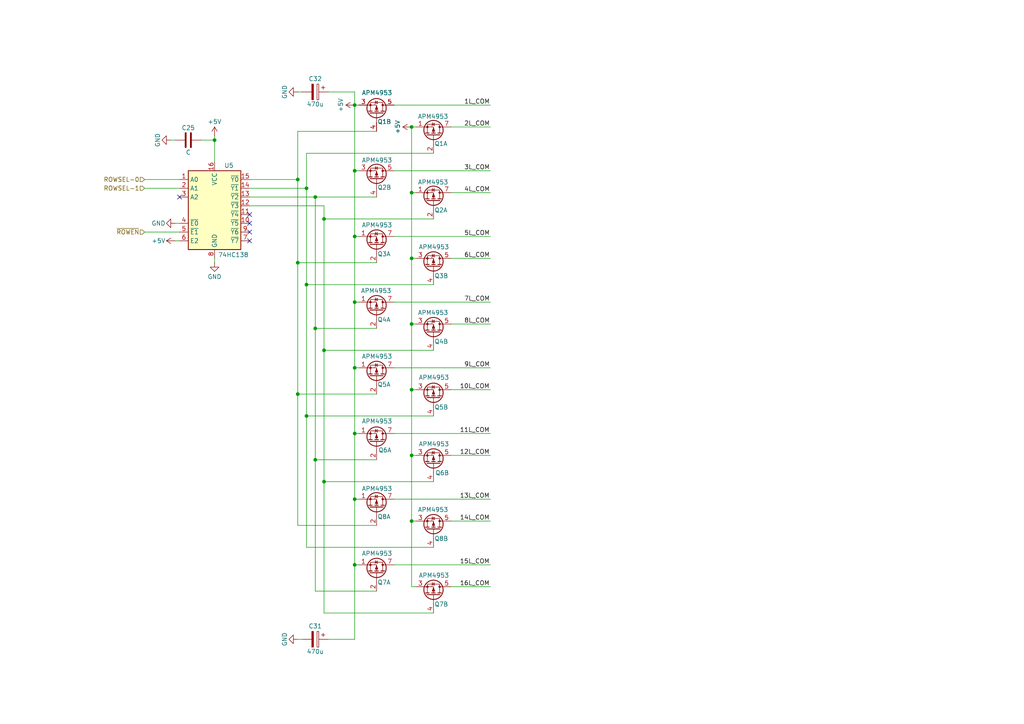
<source format=kicad_sch>
(kicad_sch
	(version 20231120)
	(generator "eeschema")
	(generator_version "8.0")
	(uuid "876c03e1-5bd9-4285-b7a4-8cb298b26251")
	(paper "A4")
	(title_block
		(title "ROW BUFFERS (COMMON ANODE)")
		(date "2025-03-18")
		(rev "2009-06-20")
		(comment 1 "SEETOP-PH12-(1/4)4N.PCB")
	)
	(lib_symbols
		(symbol "74xx:74HC138"
			(exclude_from_sim no)
			(in_bom yes)
			(on_board yes)
			(property "Reference" "U"
				(at -7.62 13.97 0)
				(effects
					(font
						(size 1.27 1.27)
					)
					(justify left bottom)
				)
			)
			(property "Value" "74HC138"
				(at 2.54 -11.43 0)
				(effects
					(font
						(size 1.27 1.27)
					)
					(justify left top)
				)
			)
			(property "Footprint" ""
				(at 0 0 0)
				(effects
					(font
						(size 1.27 1.27)
					)
					(hide yes)
				)
			)
			(property "Datasheet" "http://www.ti.com/lit/ds/symlink/cd74hc238.pdf"
				(at 0 0 0)
				(effects
					(font
						(size 1.27 1.27)
					)
					(hide yes)
				)
			)
			(property "Description" "3-to-8 line decoder/multiplexer inverting, DIP-16/SOIC-16/SSOP-16"
				(at 0 0 0)
				(effects
					(font
						(size 1.27 1.27)
					)
					(hide yes)
				)
			)
			(property "ki_keywords" "demux"
				(at 0 0 0)
				(effects
					(font
						(size 1.27 1.27)
					)
					(hide yes)
				)
			)
			(property "ki_fp_filters" "DIP*W7.62mm* SOIC*3.9x9.9mm*P1.27mm* SSOP*5.3x6.2mm*P0.65mm*"
				(at 0 0 0)
				(effects
					(font
						(size 1.27 1.27)
					)
					(hide yes)
				)
			)
			(symbol "74HC138_0_1"
				(rectangle
					(start -7.62 12.7)
					(end 7.62 -10.16)
					(stroke
						(width 0.254)
						(type default)
					)
					(fill
						(type background)
					)
				)
			)
			(symbol "74HC138_1_1"
				(pin input line
					(at -10.16 10.16 0)
					(length 2.54)
					(name "A0"
						(effects
							(font
								(size 1.27 1.27)
							)
						)
					)
					(number "1"
						(effects
							(font
								(size 1.27 1.27)
							)
						)
					)
				)
				(pin output line
					(at 10.16 -2.54 180)
					(length 2.54)
					(name "~{Y5}"
						(effects
							(font
								(size 1.27 1.27)
							)
						)
					)
					(number "10"
						(effects
							(font
								(size 1.27 1.27)
							)
						)
					)
				)
				(pin output line
					(at 10.16 0 180)
					(length 2.54)
					(name "~{Y4}"
						(effects
							(font
								(size 1.27 1.27)
							)
						)
					)
					(number "11"
						(effects
							(font
								(size 1.27 1.27)
							)
						)
					)
				)
				(pin output line
					(at 10.16 2.54 180)
					(length 2.54)
					(name "~{Y3}"
						(effects
							(font
								(size 1.27 1.27)
							)
						)
					)
					(number "12"
						(effects
							(font
								(size 1.27 1.27)
							)
						)
					)
				)
				(pin output line
					(at 10.16 5.08 180)
					(length 2.54)
					(name "~{Y2}"
						(effects
							(font
								(size 1.27 1.27)
							)
						)
					)
					(number "13"
						(effects
							(font
								(size 1.27 1.27)
							)
						)
					)
				)
				(pin output line
					(at 10.16 7.62 180)
					(length 2.54)
					(name "~{Y1}"
						(effects
							(font
								(size 1.27 1.27)
							)
						)
					)
					(number "14"
						(effects
							(font
								(size 1.27 1.27)
							)
						)
					)
				)
				(pin output line
					(at 10.16 10.16 180)
					(length 2.54)
					(name "~{Y0}"
						(effects
							(font
								(size 1.27 1.27)
							)
						)
					)
					(number "15"
						(effects
							(font
								(size 1.27 1.27)
							)
						)
					)
				)
				(pin power_in line
					(at 0 15.24 270)
					(length 2.54)
					(name "VCC"
						(effects
							(font
								(size 1.27 1.27)
							)
						)
					)
					(number "16"
						(effects
							(font
								(size 1.27 1.27)
							)
						)
					)
				)
				(pin input line
					(at -10.16 7.62 0)
					(length 2.54)
					(name "A1"
						(effects
							(font
								(size 1.27 1.27)
							)
						)
					)
					(number "2"
						(effects
							(font
								(size 1.27 1.27)
							)
						)
					)
				)
				(pin input line
					(at -10.16 5.08 0)
					(length 2.54)
					(name "A2"
						(effects
							(font
								(size 1.27 1.27)
							)
						)
					)
					(number "3"
						(effects
							(font
								(size 1.27 1.27)
							)
						)
					)
				)
				(pin input line
					(at -10.16 -2.54 0)
					(length 2.54)
					(name "~{E0}"
						(effects
							(font
								(size 1.27 1.27)
							)
						)
					)
					(number "4"
						(effects
							(font
								(size 1.27 1.27)
							)
						)
					)
				)
				(pin input line
					(at -10.16 -5.08 0)
					(length 2.54)
					(name "~{E1}"
						(effects
							(font
								(size 1.27 1.27)
							)
						)
					)
					(number "5"
						(effects
							(font
								(size 1.27 1.27)
							)
						)
					)
				)
				(pin input line
					(at -10.16 -7.62 0)
					(length 2.54)
					(name "E2"
						(effects
							(font
								(size 1.27 1.27)
							)
						)
					)
					(number "6"
						(effects
							(font
								(size 1.27 1.27)
							)
						)
					)
				)
				(pin output line
					(at 10.16 -7.62 180)
					(length 2.54)
					(name "~{Y7}"
						(effects
							(font
								(size 1.27 1.27)
							)
						)
					)
					(number "7"
						(effects
							(font
								(size 1.27 1.27)
							)
						)
					)
				)
				(pin power_in line
					(at 0 -12.7 90)
					(length 2.54)
					(name "GND"
						(effects
							(font
								(size 1.27 1.27)
							)
						)
					)
					(number "8"
						(effects
							(font
								(size 1.27 1.27)
							)
						)
					)
				)
				(pin output line
					(at 10.16 -5.08 180)
					(length 2.54)
					(name "~{Y6}"
						(effects
							(font
								(size 1.27 1.27)
							)
						)
					)
					(number "9"
						(effects
							(font
								(size 1.27 1.27)
							)
						)
					)
				)
			)
		)
		(symbol "Device:C"
			(pin_numbers hide)
			(pin_names
				(offset 0.254)
			)
			(exclude_from_sim no)
			(in_bom yes)
			(on_board yes)
			(property "Reference" "C"
				(at 0.635 2.54 0)
				(effects
					(font
						(size 1.27 1.27)
					)
					(justify left)
				)
			)
			(property "Value" "C"
				(at 0.635 -2.54 0)
				(effects
					(font
						(size 1.27 1.27)
					)
					(justify left)
				)
			)
			(property "Footprint" ""
				(at 0.9652 -3.81 0)
				(effects
					(font
						(size 1.27 1.27)
					)
					(hide yes)
				)
			)
			(property "Datasheet" "~"
				(at 0 0 0)
				(effects
					(font
						(size 1.27 1.27)
					)
					(hide yes)
				)
			)
			(property "Description" "Unpolarized capacitor"
				(at 0 0 0)
				(effects
					(font
						(size 1.27 1.27)
					)
					(hide yes)
				)
			)
			(property "ki_keywords" "cap capacitor"
				(at 0 0 0)
				(effects
					(font
						(size 1.27 1.27)
					)
					(hide yes)
				)
			)
			(property "ki_fp_filters" "C_*"
				(at 0 0 0)
				(effects
					(font
						(size 1.27 1.27)
					)
					(hide yes)
				)
			)
			(symbol "C_0_1"
				(polyline
					(pts
						(xy -2.032 -0.762) (xy 2.032 -0.762)
					)
					(stroke
						(width 0.508)
						(type default)
					)
					(fill
						(type none)
					)
				)
				(polyline
					(pts
						(xy -2.032 0.762) (xy 2.032 0.762)
					)
					(stroke
						(width 0.508)
						(type default)
					)
					(fill
						(type none)
					)
				)
			)
			(symbol "C_1_1"
				(pin passive line
					(at 0 3.81 270)
					(length 2.794)
					(name "~"
						(effects
							(font
								(size 1.27 1.27)
							)
						)
					)
					(number "1"
						(effects
							(font
								(size 1.27 1.27)
							)
						)
					)
				)
				(pin passive line
					(at 0 -3.81 90)
					(length 2.794)
					(name "~"
						(effects
							(font
								(size 1.27 1.27)
							)
						)
					)
					(number "2"
						(effects
							(font
								(size 1.27 1.27)
							)
						)
					)
				)
			)
		)
		(symbol "Device:C_Polarized"
			(pin_numbers hide)
			(pin_names
				(offset 0.254)
			)
			(exclude_from_sim no)
			(in_bom yes)
			(on_board yes)
			(property "Reference" "C"
				(at 0.635 2.54 0)
				(effects
					(font
						(size 1.27 1.27)
					)
					(justify left)
				)
			)
			(property "Value" "C_Polarized"
				(at 0.635 -2.54 0)
				(effects
					(font
						(size 1.27 1.27)
					)
					(justify left)
				)
			)
			(property "Footprint" ""
				(at 0.9652 -3.81 0)
				(effects
					(font
						(size 1.27 1.27)
					)
					(hide yes)
				)
			)
			(property "Datasheet" "~"
				(at 0 0 0)
				(effects
					(font
						(size 1.27 1.27)
					)
					(hide yes)
				)
			)
			(property "Description" "Polarized capacitor"
				(at 0 0 0)
				(effects
					(font
						(size 1.27 1.27)
					)
					(hide yes)
				)
			)
			(property "ki_keywords" "cap capacitor"
				(at 0 0 0)
				(effects
					(font
						(size 1.27 1.27)
					)
					(hide yes)
				)
			)
			(property "ki_fp_filters" "CP_*"
				(at 0 0 0)
				(effects
					(font
						(size 1.27 1.27)
					)
					(hide yes)
				)
			)
			(symbol "C_Polarized_0_1"
				(rectangle
					(start -2.286 0.508)
					(end 2.286 1.016)
					(stroke
						(width 0)
						(type default)
					)
					(fill
						(type none)
					)
				)
				(polyline
					(pts
						(xy -1.778 2.286) (xy -0.762 2.286)
					)
					(stroke
						(width 0)
						(type default)
					)
					(fill
						(type none)
					)
				)
				(polyline
					(pts
						(xy -1.27 2.794) (xy -1.27 1.778)
					)
					(stroke
						(width 0)
						(type default)
					)
					(fill
						(type none)
					)
				)
				(rectangle
					(start 2.286 -0.508)
					(end -2.286 -1.016)
					(stroke
						(width 0)
						(type default)
					)
					(fill
						(type outline)
					)
				)
			)
			(symbol "C_Polarized_1_1"
				(pin passive line
					(at 0 3.81 270)
					(length 2.794)
					(name "~"
						(effects
							(font
								(size 1.27 1.27)
							)
						)
					)
					(number "1"
						(effects
							(font
								(size 1.27 1.27)
							)
						)
					)
				)
				(pin passive line
					(at 0 -3.81 90)
					(length 2.794)
					(name "~"
						(effects
							(font
								(size 1.27 1.27)
							)
						)
					)
					(number "2"
						(effects
							(font
								(size 1.27 1.27)
							)
						)
					)
				)
			)
		)
		(symbol "Transistor_FET:IRF7324"
			(pin_names hide)
			(exclude_from_sim no)
			(in_bom yes)
			(on_board yes)
			(property "Reference" "Q"
				(at 5.08 1.905 0)
				(effects
					(font
						(size 1.27 1.27)
					)
					(justify left)
				)
			)
			(property "Value" "IRF7324"
				(at 5.08 0 0)
				(effects
					(font
						(size 1.27 1.27)
					)
					(justify left)
				)
			)
			(property "Footprint" "Package_SO:SOIC-8_3.9x4.9mm_P1.27mm"
				(at 5.08 -1.905 0)
				(effects
					(font
						(size 1.27 1.27)
						(italic yes)
					)
					(justify left)
					(hide yes)
				)
			)
			(property "Datasheet" "http://www.infineon.com/dgdl/irf7324pbf.pdf?fileId=5546d462533600a4015355f5f0861b4b"
				(at 5.08 -3.81 0)
				(effects
					(font
						(size 1.27 1.27)
					)
					(justify left)
					(hide yes)
				)
			)
			(property "Description" "-9A Id, -20V Vds, Dual HEXFET P-Channel MOSFET, SO-8"
				(at 0 0 0)
				(effects
					(font
						(size 1.27 1.27)
					)
					(hide yes)
				)
			)
			(property "ki_keywords" "Dual HEXFET P-Channel MOSFET"
				(at 0 0 0)
				(effects
					(font
						(size 1.27 1.27)
					)
					(hide yes)
				)
			)
			(property "ki_fp_filters" "SOIC*3.9x4.9mm*P1.27mm*"
				(at 0 0 0)
				(effects
					(font
						(size 1.27 1.27)
					)
					(hide yes)
				)
			)
			(symbol "IRF7324_0_1"
				(polyline
					(pts
						(xy 0.254 0) (xy -2.54 0)
					)
					(stroke
						(width 0)
						(type default)
					)
					(fill
						(type none)
					)
				)
				(polyline
					(pts
						(xy 0.254 1.905) (xy 0.254 -1.905)
					)
					(stroke
						(width 0.254)
						(type default)
					)
					(fill
						(type none)
					)
				)
				(polyline
					(pts
						(xy 0.762 -1.27) (xy 0.762 -2.286)
					)
					(stroke
						(width 0.254)
						(type default)
					)
					(fill
						(type none)
					)
				)
				(polyline
					(pts
						(xy 0.762 0.508) (xy 0.762 -0.508)
					)
					(stroke
						(width 0.254)
						(type default)
					)
					(fill
						(type none)
					)
				)
				(polyline
					(pts
						(xy 0.762 2.286) (xy 0.762 1.27)
					)
					(stroke
						(width 0.254)
						(type default)
					)
					(fill
						(type none)
					)
				)
				(polyline
					(pts
						(xy 2.54 2.54) (xy 2.54 1.778)
					)
					(stroke
						(width 0)
						(type default)
					)
					(fill
						(type none)
					)
				)
				(polyline
					(pts
						(xy 2.54 -2.54) (xy 2.54 0) (xy 0.762 0)
					)
					(stroke
						(width 0)
						(type default)
					)
					(fill
						(type none)
					)
				)
				(polyline
					(pts
						(xy 0.762 1.778) (xy 3.302 1.778) (xy 3.302 -1.778) (xy 0.762 -1.778)
					)
					(stroke
						(width 0)
						(type default)
					)
					(fill
						(type none)
					)
				)
				(polyline
					(pts
						(xy 2.286 0) (xy 1.27 0.381) (xy 1.27 -0.381) (xy 2.286 0)
					)
					(stroke
						(width 0)
						(type default)
					)
					(fill
						(type outline)
					)
				)
				(polyline
					(pts
						(xy 2.794 -0.508) (xy 2.921 -0.381) (xy 3.683 -0.381) (xy 3.81 -0.254)
					)
					(stroke
						(width 0)
						(type default)
					)
					(fill
						(type none)
					)
				)
				(polyline
					(pts
						(xy 3.302 -0.381) (xy 2.921 0.254) (xy 3.683 0.254) (xy 3.302 -0.381)
					)
					(stroke
						(width 0)
						(type default)
					)
					(fill
						(type none)
					)
				)
				(circle
					(center 1.651 0)
					(radius 2.794)
					(stroke
						(width 0.254)
						(type default)
					)
					(fill
						(type none)
					)
				)
				(circle
					(center 2.54 -1.778)
					(radius 0.254)
					(stroke
						(width 0)
						(type default)
					)
					(fill
						(type outline)
					)
				)
				(circle
					(center 2.54 1.778)
					(radius 0.254)
					(stroke
						(width 0)
						(type default)
					)
					(fill
						(type outline)
					)
				)
			)
			(symbol "IRF7324_1_1"
				(pin passive line
					(at 2.54 -5.08 90)
					(length 2.54)
					(name "S1"
						(effects
							(font
								(size 1.27 1.27)
							)
						)
					)
					(number "1"
						(effects
							(font
								(size 1.27 1.27)
							)
						)
					)
				)
				(pin input line
					(at -5.08 0 0)
					(length 2.54)
					(name "G1"
						(effects
							(font
								(size 1.27 1.27)
							)
						)
					)
					(number "2"
						(effects
							(font
								(size 1.27 1.27)
							)
						)
					)
				)
				(pin passive line
					(at 2.54 5.08 270)
					(length 2.54)
					(name "D1"
						(effects
							(font
								(size 1.27 1.27)
							)
						)
					)
					(number "7"
						(effects
							(font
								(size 1.27 1.27)
							)
						)
					)
				)
				(pin passive line
					(at 2.54 5.08 270)
					(length 2.54) hide
					(name "D1"
						(effects
							(font
								(size 1.27 1.27)
							)
						)
					)
					(number "8"
						(effects
							(font
								(size 1.27 1.27)
							)
						)
					)
				)
			)
			(symbol "IRF7324_2_1"
				(pin passive line
					(at 2.54 -5.08 90)
					(length 2.54)
					(name "S2"
						(effects
							(font
								(size 1.27 1.27)
							)
						)
					)
					(number "3"
						(effects
							(font
								(size 1.27 1.27)
							)
						)
					)
				)
				(pin input line
					(at -5.08 0 0)
					(length 2.54)
					(name "G2"
						(effects
							(font
								(size 1.27 1.27)
							)
						)
					)
					(number "4"
						(effects
							(font
								(size 1.27 1.27)
							)
						)
					)
				)
				(pin passive line
					(at 2.54 5.08 270)
					(length 2.54)
					(name "D2"
						(effects
							(font
								(size 1.27 1.27)
							)
						)
					)
					(number "5"
						(effects
							(font
								(size 1.27 1.27)
							)
						)
					)
				)
				(pin passive line
					(at 2.54 5.08 270)
					(length 2.54) hide
					(name "D2"
						(effects
							(font
								(size 1.27 1.27)
							)
						)
					)
					(number "6"
						(effects
							(font
								(size 1.27 1.27)
							)
						)
					)
				)
			)
		)
		(symbol "power:+5V"
			(power)
			(pin_numbers hide)
			(pin_names
				(offset 0) hide)
			(exclude_from_sim no)
			(in_bom yes)
			(on_board yes)
			(property "Reference" "#PWR"
				(at 0 -3.81 0)
				(effects
					(font
						(size 1.27 1.27)
					)
					(hide yes)
				)
			)
			(property "Value" "+5V"
				(at 0 3.556 0)
				(effects
					(font
						(size 1.27 1.27)
					)
				)
			)
			(property "Footprint" ""
				(at 0 0 0)
				(effects
					(font
						(size 1.27 1.27)
					)
					(hide yes)
				)
			)
			(property "Datasheet" ""
				(at 0 0 0)
				(effects
					(font
						(size 1.27 1.27)
					)
					(hide yes)
				)
			)
			(property "Description" "Power symbol creates a global label with name \"+5V\""
				(at 0 0 0)
				(effects
					(font
						(size 1.27 1.27)
					)
					(hide yes)
				)
			)
			(property "ki_keywords" "global power"
				(at 0 0 0)
				(effects
					(font
						(size 1.27 1.27)
					)
					(hide yes)
				)
			)
			(symbol "+5V_0_1"
				(polyline
					(pts
						(xy -0.762 1.27) (xy 0 2.54)
					)
					(stroke
						(width 0)
						(type default)
					)
					(fill
						(type none)
					)
				)
				(polyline
					(pts
						(xy 0 0) (xy 0 2.54)
					)
					(stroke
						(width 0)
						(type default)
					)
					(fill
						(type none)
					)
				)
				(polyline
					(pts
						(xy 0 2.54) (xy 0.762 1.27)
					)
					(stroke
						(width 0)
						(type default)
					)
					(fill
						(type none)
					)
				)
			)
			(symbol "+5V_1_1"
				(pin power_in line
					(at 0 0 90)
					(length 0)
					(name "~"
						(effects
							(font
								(size 1.27 1.27)
							)
						)
					)
					(number "1"
						(effects
							(font
								(size 1.27 1.27)
							)
						)
					)
				)
			)
		)
		(symbol "power:GND"
			(power)
			(pin_numbers hide)
			(pin_names
				(offset 0) hide)
			(exclude_from_sim no)
			(in_bom yes)
			(on_board yes)
			(property "Reference" "#PWR"
				(at 0 -6.35 0)
				(effects
					(font
						(size 1.27 1.27)
					)
					(hide yes)
				)
			)
			(property "Value" "GND"
				(at 0 -3.81 0)
				(effects
					(font
						(size 1.27 1.27)
					)
				)
			)
			(property "Footprint" ""
				(at 0 0 0)
				(effects
					(font
						(size 1.27 1.27)
					)
					(hide yes)
				)
			)
			(property "Datasheet" ""
				(at 0 0 0)
				(effects
					(font
						(size 1.27 1.27)
					)
					(hide yes)
				)
			)
			(property "Description" "Power symbol creates a global label with name \"GND\" , ground"
				(at 0 0 0)
				(effects
					(font
						(size 1.27 1.27)
					)
					(hide yes)
				)
			)
			(property "ki_keywords" "global power"
				(at 0 0 0)
				(effects
					(font
						(size 1.27 1.27)
					)
					(hide yes)
				)
			)
			(symbol "GND_0_1"
				(polyline
					(pts
						(xy 0 0) (xy 0 -1.27) (xy 1.27 -1.27) (xy 0 -2.54) (xy -1.27 -1.27) (xy 0 -1.27)
					)
					(stroke
						(width 0)
						(type default)
					)
					(fill
						(type none)
					)
				)
			)
			(symbol "GND_1_1"
				(pin power_in line
					(at 0 0 270)
					(length 0)
					(name "~"
						(effects
							(font
								(size 1.27 1.27)
							)
						)
					)
					(number "1"
						(effects
							(font
								(size 1.27 1.27)
							)
						)
					)
				)
			)
		)
		(symbol "private:APM4953"
			(pin_names hide)
			(exclude_from_sim no)
			(in_bom yes)
			(on_board yes)
			(property "Reference" "Q1"
				(at 6.35 1.2701 0)
				(effects
					(font
						(size 1.27 1.27)
					)
					(justify left)
				)
			)
			(property "Value" "APM4953"
				(at 6.35 -1.2699 0)
				(effects
					(font
						(size 1.27 1.27)
					)
					(justify left)
				)
			)
			(property "Footprint" "Package_SO:SOIC-8_3.9x4.9mm_P1.27mm"
				(at 5.08 -1.905 0)
				(effects
					(font
						(size 1.27 1.27)
						(italic yes)
					)
					(justify left)
					(hide yes)
				)
			)
			(property "Datasheet" "http://www.infineon.com/dgdl/irf7324pbf.pdf?fileId=5546d462533600a4015355f5f0861b4b"
				(at 5.08 -3.81 0)
				(effects
					(font
						(size 1.27 1.27)
					)
					(justify left)
					(hide yes)
				)
			)
			(property "Description" "-9A Id, -20V Vds, Dual HEXFET P-Channel MOSFET, SO-8"
				(at 0 0 0)
				(effects
					(font
						(size 1.27 1.27)
					)
					(hide yes)
				)
			)
			(property "ki_keywords" "Dual HEXFET P-Channel MOSFET"
				(at 0 0 0)
				(effects
					(font
						(size 1.27 1.27)
					)
					(hide yes)
				)
			)
			(property "ki_fp_filters" "SOIC*3.9x4.9mm*P1.27mm*"
				(at 0 0 0)
				(effects
					(font
						(size 1.27 1.27)
					)
					(hide yes)
				)
			)
			(symbol "APM4953_0_1"
				(polyline
					(pts
						(xy 0.254 0) (xy -2.54 0)
					)
					(stroke
						(width 0)
						(type default)
					)
					(fill
						(type none)
					)
				)
				(polyline
					(pts
						(xy 0.254 1.905) (xy 0.254 -1.905)
					)
					(stroke
						(width 0.254)
						(type default)
					)
					(fill
						(type none)
					)
				)
				(polyline
					(pts
						(xy 0.762 -1.27) (xy 0.762 -2.286)
					)
					(stroke
						(width 0.254)
						(type default)
					)
					(fill
						(type none)
					)
				)
				(polyline
					(pts
						(xy 0.762 0.508) (xy 0.762 -0.508)
					)
					(stroke
						(width 0.254)
						(type default)
					)
					(fill
						(type none)
					)
				)
				(polyline
					(pts
						(xy 0.762 2.286) (xy 0.762 1.27)
					)
					(stroke
						(width 0.254)
						(type default)
					)
					(fill
						(type none)
					)
				)
				(polyline
					(pts
						(xy 2.54 2.54) (xy 2.54 1.778)
					)
					(stroke
						(width 0)
						(type default)
					)
					(fill
						(type none)
					)
				)
				(polyline
					(pts
						(xy 2.54 -2.54) (xy 2.54 0) (xy 0.762 0)
					)
					(stroke
						(width 0)
						(type default)
					)
					(fill
						(type none)
					)
				)
				(polyline
					(pts
						(xy 0.762 1.778) (xy 3.302 1.778) (xy 3.302 -1.778) (xy 0.762 -1.778)
					)
					(stroke
						(width 0)
						(type default)
					)
					(fill
						(type none)
					)
				)
				(polyline
					(pts
						(xy 2.286 0) (xy 1.27 0.381) (xy 1.27 -0.381) (xy 2.286 0)
					)
					(stroke
						(width 0)
						(type default)
					)
					(fill
						(type outline)
					)
				)
				(polyline
					(pts
						(xy 2.794 -0.508) (xy 2.921 -0.381) (xy 3.683 -0.381) (xy 3.81 -0.254)
					)
					(stroke
						(width 0)
						(type default)
					)
					(fill
						(type none)
					)
				)
				(polyline
					(pts
						(xy 3.302 -0.381) (xy 2.921 0.254) (xy 3.683 0.254) (xy 3.302 -0.381)
					)
					(stroke
						(width 0)
						(type default)
					)
					(fill
						(type none)
					)
				)
				(circle
					(center 1.651 0)
					(radius 2.794)
					(stroke
						(width 0.254)
						(type default)
					)
					(fill
						(type none)
					)
				)
				(circle
					(center 2.54 -1.778)
					(radius 0.254)
					(stroke
						(width 0)
						(type default)
					)
					(fill
						(type outline)
					)
				)
				(circle
					(center 2.54 1.778)
					(radius 0.254)
					(stroke
						(width 0)
						(type default)
					)
					(fill
						(type outline)
					)
				)
			)
			(symbol "APM4953_1_1"
				(pin passive line
					(at 2.54 -5.08 90)
					(length 2.54)
					(name "S1"
						(effects
							(font
								(size 1.27 1.27)
							)
						)
					)
					(number "1"
						(effects
							(font
								(size 1.27 1.27)
							)
						)
					)
				)
				(pin input line
					(at -5.08 0 0)
					(length 2.54)
					(name "G1"
						(effects
							(font
								(size 1.27 1.27)
							)
						)
					)
					(number "2"
						(effects
							(font
								(size 1.27 1.27)
							)
						)
					)
				)
				(pin passive line
					(at 2.54 5.08 270)
					(length 2.54)
					(name "D1"
						(effects
							(font
								(size 1.27 1.27)
							)
						)
					)
					(number "7"
						(effects
							(font
								(size 1.27 1.27)
							)
						)
					)
				)
				(pin passive line
					(at 2.54 5.08 270)
					(length 2.54) hide
					(name "D1"
						(effects
							(font
								(size 1.27 1.27)
							)
						)
					)
					(number "8"
						(effects
							(font
								(size 1.27 1.27)
							)
						)
					)
				)
			)
			(symbol "APM4953_2_1"
				(pin passive line
					(at 2.54 -5.08 90)
					(length 2.54)
					(name "S2"
						(effects
							(font
								(size 1.27 1.27)
							)
						)
					)
					(number "3"
						(effects
							(font
								(size 1.27 1.27)
							)
						)
					)
				)
				(pin input line
					(at -5.08 0 0)
					(length 2.54)
					(name "G2"
						(effects
							(font
								(size 1.27 1.27)
							)
						)
					)
					(number "4"
						(effects
							(font
								(size 1.27 1.27)
							)
						)
					)
				)
				(pin passive line
					(at 2.54 5.08 270)
					(length 2.54)
					(name "D2"
						(effects
							(font
								(size 1.27 1.27)
							)
						)
					)
					(number "5"
						(effects
							(font
								(size 1.27 1.27)
							)
						)
					)
				)
				(pin passive line
					(at 2.54 5.08 270)
					(length 2.54) hide
					(name "D2"
						(effects
							(font
								(size 1.27 1.27)
							)
						)
					)
					(number "6"
						(effects
							(font
								(size 1.27 1.27)
							)
						)
					)
				)
			)
		)
	)
	(junction
		(at 93.98 139.7)
		(diameter 0)
		(color 0 0 0 0)
		(uuid "08cfff92-957e-470b-9853-f339f6898906")
	)
	(junction
		(at 102.87 49.53)
		(diameter 0)
		(color 0 0 0 0)
		(uuid "098d5425-2abe-436c-82e4-262bfdddc8b0")
	)
	(junction
		(at 62.23 40.64)
		(diameter 0)
		(color 0 0 0 0)
		(uuid "1683e371-474f-4694-96f8-2f434f4256e7")
	)
	(junction
		(at 102.87 163.83)
		(diameter 0)
		(color 0 0 0 0)
		(uuid "1d16b693-bac9-44e9-afc8-10ed988a1f98")
	)
	(junction
		(at 91.44 95.25)
		(diameter 0)
		(color 0 0 0 0)
		(uuid "1dfd69ef-a89d-42a6-89d1-b73d6b6fa5c8")
	)
	(junction
		(at 86.36 52.07)
		(diameter 0)
		(color 0 0 0 0)
		(uuid "22afc031-e8fa-4059-b814-2457138b359d")
	)
	(junction
		(at 102.87 30.48)
		(diameter 0)
		(color 0 0 0 0)
		(uuid "33d78395-e482-4136-a595-868a1d826aeb")
	)
	(junction
		(at 102.87 144.78)
		(diameter 0)
		(color 0 0 0 0)
		(uuid "370b4279-1627-48bf-b308-d0d60bdf1685")
	)
	(junction
		(at 93.98 63.5)
		(diameter 0)
		(color 0 0 0 0)
		(uuid "3c22d4cb-331c-48e4-9eaa-c699ad3fa3c4")
	)
	(junction
		(at 102.87 68.58)
		(diameter 0)
		(color 0 0 0 0)
		(uuid "51197626-7572-46a6-a965-7bf31b68cbe0")
	)
	(junction
		(at 119.38 151.13)
		(diameter 0)
		(color 0 0 0 0)
		(uuid "577d7a6c-53c7-436d-8401-1078b66087a5")
	)
	(junction
		(at 119.38 74.93)
		(diameter 0)
		(color 0 0 0 0)
		(uuid "624c2b1c-a8a0-4eda-970f-c2416876a057")
	)
	(junction
		(at 93.98 101.6)
		(diameter 0)
		(color 0 0 0 0)
		(uuid "6fc6328a-23cc-41c6-a862-3acc0aaeb314")
	)
	(junction
		(at 102.87 106.68)
		(diameter 0)
		(color 0 0 0 0)
		(uuid "71a942d8-59aa-46f0-ab0a-1b6300a58133")
	)
	(junction
		(at 88.9 82.55)
		(diameter 0)
		(color 0 0 0 0)
		(uuid "75f87584-bdc2-441c-9f22-c59b3269e3c3")
	)
	(junction
		(at 91.44 133.35)
		(diameter 0)
		(color 0 0 0 0)
		(uuid "8ab7d70c-54a5-480f-af85-68ae6867a884")
	)
	(junction
		(at 102.87 87.63)
		(diameter 0)
		(color 0 0 0 0)
		(uuid "91d54d9a-c354-4246-8199-79d1245cfdcc")
	)
	(junction
		(at 102.87 125.73)
		(diameter 0)
		(color 0 0 0 0)
		(uuid "9fb1ad3d-d791-4196-83aa-5c66a5fd45b8")
	)
	(junction
		(at 119.38 55.88)
		(diameter 0)
		(color 0 0 0 0)
		(uuid "a262886c-3e45-410f-a457-2af214576ad5")
	)
	(junction
		(at 86.36 76.2)
		(diameter 0)
		(color 0 0 0 0)
		(uuid "b6aae58c-dbc9-410e-8039-27f381a9acf9")
	)
	(junction
		(at 119.38 132.08)
		(diameter 0)
		(color 0 0 0 0)
		(uuid "bb33d593-2466-44f5-aa94-b25230095de0")
	)
	(junction
		(at 119.38 93.98)
		(diameter 0)
		(color 0 0 0 0)
		(uuid "c614f021-0874-45d8-a349-aedb0b1d1e7a")
	)
	(junction
		(at 119.38 113.03)
		(diameter 0)
		(color 0 0 0 0)
		(uuid "d19f707a-5cbd-4548-9c12-5ba307b18372")
	)
	(junction
		(at 86.36 114.3)
		(diameter 0)
		(color 0 0 0 0)
		(uuid "e1e3938d-4088-4582-accb-729fe95fdc1d")
	)
	(junction
		(at 91.44 57.15)
		(diameter 0)
		(color 0 0 0 0)
		(uuid "e53f3015-bd21-4ef7-a98e-512e714ac887")
	)
	(junction
		(at 119.38 36.83)
		(diameter 0)
		(color 0 0 0 0)
		(uuid "ea149591-4a2c-43b3-93f6-268890d6bb57")
	)
	(junction
		(at 88.9 120.65)
		(diameter 0)
		(color 0 0 0 0)
		(uuid "edf8cf6e-2461-46fb-a40a-0434c0442049")
	)
	(junction
		(at 88.9 54.61)
		(diameter 0)
		(color 0 0 0 0)
		(uuid "ffad90fd-bb54-4527-bf62-4501dcae3ce3")
	)
	(no_connect
		(at 72.39 62.23)
		(uuid "0c2b1098-b768-4274-a50e-2a9ac059e34d")
	)
	(no_connect
		(at 72.39 69.85)
		(uuid "1f6ccdfb-5a54-4f4d-b3d0-e3c7719c9b1e")
	)
	(no_connect
		(at 72.39 64.77)
		(uuid "339fa1e3-3b73-4218-b139-ade8caa95279")
	)
	(no_connect
		(at 52.07 57.15)
		(uuid "c275862c-3002-4ba7-b6a4-fdd60285f67d")
	)
	(no_connect
		(at 72.39 67.31)
		(uuid "d844467c-fcef-4a3e-8936-e24674473cd6")
	)
	(wire
		(pts
			(xy 114.3 125.73) (xy 142.24 125.73)
		)
		(stroke
			(width 0)
			(type default)
		)
		(uuid "029930ea-7ec7-4829-ace5-407e10c60352")
	)
	(wire
		(pts
			(xy 130.81 151.13) (xy 142.24 151.13)
		)
		(stroke
			(width 0)
			(type default)
		)
		(uuid "037b3d30-9bcf-484e-ba2e-9fab6d9c4f11")
	)
	(wire
		(pts
			(xy 109.22 171.45) (xy 91.44 171.45)
		)
		(stroke
			(width 0)
			(type default)
		)
		(uuid "0d695c67-327a-49a0-872d-0ef5ab0ab1a9")
	)
	(wire
		(pts
			(xy 130.81 93.98) (xy 142.24 93.98)
		)
		(stroke
			(width 0)
			(type default)
		)
		(uuid "10ce3aaf-3920-4e14-82fb-ab40693defbb")
	)
	(wire
		(pts
			(xy 119.38 113.03) (xy 120.65 113.03)
		)
		(stroke
			(width 0)
			(type default)
		)
		(uuid "1adf659d-be5c-4c56-8b83-898357f9616c")
	)
	(wire
		(pts
			(xy 102.87 144.78) (xy 102.87 163.83)
		)
		(stroke
			(width 0)
			(type default)
		)
		(uuid "1e7e9acf-6964-42f6-bd5d-e2774215f87e")
	)
	(wire
		(pts
			(xy 62.23 40.64) (xy 62.23 46.99)
		)
		(stroke
			(width 0)
			(type default)
		)
		(uuid "22c7eda6-0012-4445-ae24-b8a209e6702b")
	)
	(wire
		(pts
			(xy 130.81 132.08) (xy 142.24 132.08)
		)
		(stroke
			(width 0)
			(type default)
		)
		(uuid "23f4ac7a-4d5e-4828-8a66-0476d0bb37ec")
	)
	(wire
		(pts
			(xy 102.87 106.68) (xy 104.14 106.68)
		)
		(stroke
			(width 0)
			(type default)
		)
		(uuid "25919228-ce53-42b9-ba66-47d390ca9cea")
	)
	(wire
		(pts
			(xy 130.81 113.03) (xy 142.24 113.03)
		)
		(stroke
			(width 0)
			(type default)
		)
		(uuid "260ec43a-4cc7-432f-8ea7-e98d98f5a1df")
	)
	(wire
		(pts
			(xy 102.87 26.67) (xy 95.25 26.67)
		)
		(stroke
			(width 0)
			(type default)
		)
		(uuid "2b72eaf9-6990-452f-a291-ab515ccacd69")
	)
	(wire
		(pts
			(xy 72.39 54.61) (xy 88.9 54.61)
		)
		(stroke
			(width 0)
			(type default)
		)
		(uuid "2bac0d9e-2c7f-4225-b9d0-674ff15b722a")
	)
	(wire
		(pts
			(xy 130.81 55.88) (xy 142.24 55.88)
		)
		(stroke
			(width 0)
			(type default)
		)
		(uuid "2c945afd-a3e0-4743-b0b2-d0221a3003f9")
	)
	(wire
		(pts
			(xy 104.14 30.48) (xy 102.87 30.48)
		)
		(stroke
			(width 0)
			(type default)
		)
		(uuid "32c62e2d-ed14-4750-9f23-b872e7f3c07a")
	)
	(wire
		(pts
			(xy 119.38 113.03) (xy 119.38 132.08)
		)
		(stroke
			(width 0)
			(type default)
		)
		(uuid "337dfdcb-33fb-4c33-8e69-0e7cb9b1e5fa")
	)
	(wire
		(pts
			(xy 119.38 93.98) (xy 119.38 113.03)
		)
		(stroke
			(width 0)
			(type default)
		)
		(uuid "358643c1-044b-4e54-86ea-052a534f0994")
	)
	(wire
		(pts
			(xy 91.44 95.25) (xy 109.22 95.25)
		)
		(stroke
			(width 0)
			(type default)
		)
		(uuid "362f4d8e-6a86-467e-b12c-6544f07bf5ac")
	)
	(wire
		(pts
			(xy 86.36 52.07) (xy 86.36 76.2)
		)
		(stroke
			(width 0)
			(type default)
		)
		(uuid "37b856ba-7414-4396-a747-d7f9e40b68e6")
	)
	(wire
		(pts
			(xy 102.87 185.42) (xy 95.25 185.42)
		)
		(stroke
			(width 0)
			(type default)
		)
		(uuid "38555527-03c0-4b46-90f9-4e6a2ac42950")
	)
	(wire
		(pts
			(xy 87.63 185.42) (xy 86.36 185.42)
		)
		(stroke
			(width 0)
			(type default)
		)
		(uuid "3f79eac7-8c9d-4474-a0d7-e6debc741f5f")
	)
	(wire
		(pts
			(xy 102.87 30.48) (xy 102.87 26.67)
		)
		(stroke
			(width 0)
			(type default)
		)
		(uuid "42c2baa6-8257-40b1-8c4b-107f93516588")
	)
	(wire
		(pts
			(xy 114.3 144.78) (xy 142.24 144.78)
		)
		(stroke
			(width 0)
			(type default)
		)
		(uuid "43f0d11f-c840-46d1-8469-088c78c9b2df")
	)
	(wire
		(pts
			(xy 50.8 69.85) (xy 52.07 69.85)
		)
		(stroke
			(width 0)
			(type default)
		)
		(uuid "450af9ec-e854-47c4-8e29-bb22949267f9")
	)
	(wire
		(pts
			(xy 120.65 170.18) (xy 119.38 170.18)
		)
		(stroke
			(width 0)
			(type default)
		)
		(uuid "472c09fb-bcd2-45c8-b559-3cc6c2372d91")
	)
	(wire
		(pts
			(xy 130.81 170.18) (xy 142.24 170.18)
		)
		(stroke
			(width 0)
			(type default)
		)
		(uuid "47a28424-8547-4893-9497-1d88bb0fce46")
	)
	(wire
		(pts
			(xy 93.98 139.7) (xy 93.98 177.8)
		)
		(stroke
			(width 0)
			(type default)
		)
		(uuid "4e5efba7-d4c5-4032-b698-21d27e444761")
	)
	(wire
		(pts
			(xy 119.38 151.13) (xy 119.38 170.18)
		)
		(stroke
			(width 0)
			(type default)
		)
		(uuid "50f20440-e93d-4732-a6b0-a14ac3a8e3ef")
	)
	(wire
		(pts
			(xy 86.36 114.3) (xy 109.22 114.3)
		)
		(stroke
			(width 0)
			(type default)
		)
		(uuid "50f37b8f-df52-4656-8ba9-2ef80da2c275")
	)
	(wire
		(pts
			(xy 130.81 74.93) (xy 142.24 74.93)
		)
		(stroke
			(width 0)
			(type default)
		)
		(uuid "5704e173-2d6c-42fb-91db-de1f00e39db2")
	)
	(wire
		(pts
			(xy 88.9 120.65) (xy 125.73 120.65)
		)
		(stroke
			(width 0)
			(type default)
		)
		(uuid "5727b7bf-cb52-48d8-84d3-a414da18f0a6")
	)
	(wire
		(pts
			(xy 62.23 74.93) (xy 62.23 76.2)
		)
		(stroke
			(width 0)
			(type default)
		)
		(uuid "5776f790-34b3-429a-bcd3-efb0673198ab")
	)
	(wire
		(pts
			(xy 41.91 54.61) (xy 52.07 54.61)
		)
		(stroke
			(width 0)
			(type default)
		)
		(uuid "593d03f9-0440-4d5e-a6c8-d076baba8ffa")
	)
	(wire
		(pts
			(xy 91.44 57.15) (xy 109.22 57.15)
		)
		(stroke
			(width 0)
			(type default)
		)
		(uuid "5d6af4d4-e9ec-4b77-a6fd-c4d2151a9ec4")
	)
	(wire
		(pts
			(xy 120.65 151.13) (xy 119.38 151.13)
		)
		(stroke
			(width 0)
			(type default)
		)
		(uuid "60edfc8b-f0e8-4c10-ad19-47b76c6db28a")
	)
	(wire
		(pts
			(xy 50.8 40.64) (xy 49.53 40.64)
		)
		(stroke
			(width 0)
			(type default)
		)
		(uuid "616d282e-427a-46c4-8160-44f378ddf05c")
	)
	(wire
		(pts
			(xy 86.36 38.1) (xy 86.36 52.07)
		)
		(stroke
			(width 0)
			(type default)
		)
		(uuid "6293b5d7-dded-4a58-a855-42fd3c8ca6e8")
	)
	(wire
		(pts
			(xy 119.38 55.88) (xy 119.38 74.93)
		)
		(stroke
			(width 0)
			(type default)
		)
		(uuid "633e796e-dbd7-4365-9f5d-bc962fa04eee")
	)
	(wire
		(pts
			(xy 104.14 87.63) (xy 102.87 87.63)
		)
		(stroke
			(width 0)
			(type default)
		)
		(uuid "6392dcc0-fa52-4373-9f5c-407c6f51aacc")
	)
	(wire
		(pts
			(xy 114.3 68.58) (xy 142.24 68.58)
		)
		(stroke
			(width 0)
			(type default)
		)
		(uuid "646976bd-6eac-4879-a2f7-6ad4f61957b6")
	)
	(wire
		(pts
			(xy 93.98 139.7) (xy 125.73 139.7)
		)
		(stroke
			(width 0)
			(type default)
		)
		(uuid "6d9b6e93-a60e-49b1-a259-06529ce829fa")
	)
	(wire
		(pts
			(xy 58.42 40.64) (xy 62.23 40.64)
		)
		(stroke
			(width 0)
			(type default)
		)
		(uuid "73dd8f8a-3e8f-40e8-8ee3-1185ee734333")
	)
	(wire
		(pts
			(xy 91.44 57.15) (xy 72.39 57.15)
		)
		(stroke
			(width 0)
			(type default)
		)
		(uuid "77538315-87f0-4b45-afe8-5933dd50f055")
	)
	(wire
		(pts
			(xy 114.3 87.63) (xy 142.24 87.63)
		)
		(stroke
			(width 0)
			(type default)
		)
		(uuid "7fb8b46a-2981-4a97-a1f5-a284de33222c")
	)
	(wire
		(pts
			(xy 88.9 44.45) (xy 125.73 44.45)
		)
		(stroke
			(width 0)
			(type default)
		)
		(uuid "80c2080f-e986-4674-94a8-e992d1dd916f")
	)
	(wire
		(pts
			(xy 72.39 59.69) (xy 93.98 59.69)
		)
		(stroke
			(width 0)
			(type default)
		)
		(uuid "8410b031-4d17-4f65-9a60-0bc730a3de46")
	)
	(wire
		(pts
			(xy 119.38 93.98) (xy 120.65 93.98)
		)
		(stroke
			(width 0)
			(type default)
		)
		(uuid "8cffc05c-caa5-438b-99f7-f21a5fd561a2")
	)
	(wire
		(pts
			(xy 41.91 52.07) (xy 52.07 52.07)
		)
		(stroke
			(width 0)
			(type default)
		)
		(uuid "8ee08ef0-3ddb-4d31-9493-5dc70c2564d9")
	)
	(wire
		(pts
			(xy 119.38 132.08) (xy 119.38 151.13)
		)
		(stroke
			(width 0)
			(type default)
		)
		(uuid "8f66fc33-8f99-4e82-b7f8-9f037ed2567f")
	)
	(wire
		(pts
			(xy 102.87 106.68) (xy 102.87 125.73)
		)
		(stroke
			(width 0)
			(type default)
		)
		(uuid "8fbdf6e7-f3cb-4c9f-8274-a325bb0fca13")
	)
	(wire
		(pts
			(xy 86.36 38.1) (xy 109.22 38.1)
		)
		(stroke
			(width 0)
			(type default)
		)
		(uuid "95282ded-eb70-4281-b0aa-5a9ebb29e30a")
	)
	(wire
		(pts
			(xy 119.38 74.93) (xy 120.65 74.93)
		)
		(stroke
			(width 0)
			(type default)
		)
		(uuid "961d024b-f261-4551-bd4f-296e196b5f3a")
	)
	(wire
		(pts
			(xy 104.14 144.78) (xy 102.87 144.78)
		)
		(stroke
			(width 0)
			(type default)
		)
		(uuid "9a6629e4-274d-49ae-bc48-88adaf37d68f")
	)
	(wire
		(pts
			(xy 102.87 125.73) (xy 104.14 125.73)
		)
		(stroke
			(width 0)
			(type default)
		)
		(uuid "9b20828f-36bc-46b0-9b96-0e7b4a153594")
	)
	(wire
		(pts
			(xy 119.38 74.93) (xy 119.38 93.98)
		)
		(stroke
			(width 0)
			(type default)
		)
		(uuid "9c29d128-30a6-47cd-a04e-89dbc8207cac")
	)
	(wire
		(pts
			(xy 93.98 59.69) (xy 93.98 63.5)
		)
		(stroke
			(width 0)
			(type default)
		)
		(uuid "a355c757-8eef-4c9e-8be8-6a027b001d12")
	)
	(wire
		(pts
			(xy 91.44 57.15) (xy 91.44 95.25)
		)
		(stroke
			(width 0)
			(type default)
		)
		(uuid "a6cdc4be-1ad9-4412-8020-c6db962ed28f")
	)
	(wire
		(pts
			(xy 114.3 106.68) (xy 142.24 106.68)
		)
		(stroke
			(width 0)
			(type default)
		)
		(uuid "a8f3857b-350c-4434-b43f-85886223bf36")
	)
	(wire
		(pts
			(xy 86.36 152.4) (xy 109.22 152.4)
		)
		(stroke
			(width 0)
			(type default)
		)
		(uuid "aa705288-4e43-4d01-a77d-e96f91bf5b3c")
	)
	(wire
		(pts
			(xy 88.9 54.61) (xy 88.9 82.55)
		)
		(stroke
			(width 0)
			(type default)
		)
		(uuid "ab59388e-7d3d-4d32-ab97-de8d985ec3ab")
	)
	(wire
		(pts
			(xy 93.98 101.6) (xy 125.73 101.6)
		)
		(stroke
			(width 0)
			(type default)
		)
		(uuid "acdca3b3-e242-40d1-a30c-9e92e701d34d")
	)
	(wire
		(pts
			(xy 41.91 67.31) (xy 52.07 67.31)
		)
		(stroke
			(width 0)
			(type default)
		)
		(uuid "ae3ee3d3-c0ab-4575-bc9d-7fbc6b6a759c")
	)
	(wire
		(pts
			(xy 86.36 52.07) (xy 72.39 52.07)
		)
		(stroke
			(width 0)
			(type default)
		)
		(uuid "b0e801d0-4a86-40be-b029-8a8f509e2e86")
	)
	(wire
		(pts
			(xy 93.98 63.5) (xy 125.73 63.5)
		)
		(stroke
			(width 0)
			(type default)
		)
		(uuid "b3e16668-e042-4cda-a099-3b1a1e367bf8")
	)
	(wire
		(pts
			(xy 88.9 44.45) (xy 88.9 54.61)
		)
		(stroke
			(width 0)
			(type default)
		)
		(uuid "b4b1b5b9-f656-4f98-a4f6-b7b21282b36c")
	)
	(wire
		(pts
			(xy 102.87 163.83) (xy 102.87 185.42)
		)
		(stroke
			(width 0)
			(type default)
		)
		(uuid "b512c691-16a0-4913-9c9c-fd252d00dacb")
	)
	(wire
		(pts
			(xy 88.9 82.55) (xy 125.73 82.55)
		)
		(stroke
			(width 0)
			(type default)
		)
		(uuid "b663b9c9-28a0-40a2-8569-53aef3a19ed5")
	)
	(wire
		(pts
			(xy 104.14 163.83) (xy 102.87 163.83)
		)
		(stroke
			(width 0)
			(type default)
		)
		(uuid "b9593516-df93-48b6-9e7b-63f8027e2e8b")
	)
	(wire
		(pts
			(xy 102.87 125.73) (xy 102.87 144.78)
		)
		(stroke
			(width 0)
			(type default)
		)
		(uuid "bd886c1e-e4d0-47cb-b2be-34391de5122b")
	)
	(wire
		(pts
			(xy 114.3 49.53) (xy 142.24 49.53)
		)
		(stroke
			(width 0)
			(type default)
		)
		(uuid "c05c7b8a-e4e8-4a4d-9f86-19bb218ad09e")
	)
	(wire
		(pts
			(xy 88.9 82.55) (xy 88.9 120.65)
		)
		(stroke
			(width 0)
			(type default)
		)
		(uuid "c0ba4ff1-171c-43fc-9736-7122d916ee06")
	)
	(wire
		(pts
			(xy 88.9 158.75) (xy 125.73 158.75)
		)
		(stroke
			(width 0)
			(type default)
		)
		(uuid "c0ef6d92-8fda-411f-b91a-14af57dca13f")
	)
	(wire
		(pts
			(xy 102.87 49.53) (xy 104.14 49.53)
		)
		(stroke
			(width 0)
			(type default)
		)
		(uuid "c3219aa4-56f2-4e6c-8f9d-02677f1b8daa")
	)
	(wire
		(pts
			(xy 87.63 26.67) (xy 86.36 26.67)
		)
		(stroke
			(width 0)
			(type default)
		)
		(uuid "c53c1dbd-deba-452f-a788-09001f3da024")
	)
	(wire
		(pts
			(xy 114.3 30.48) (xy 142.24 30.48)
		)
		(stroke
			(width 0)
			(type default)
		)
		(uuid "c5b61b6a-526c-4819-b5fd-056f2f3fd062")
	)
	(wire
		(pts
			(xy 102.87 87.63) (xy 102.87 106.68)
		)
		(stroke
			(width 0)
			(type default)
		)
		(uuid "c64334cd-8dbe-4425-8c27-3fd1c8da5d0a")
	)
	(wire
		(pts
			(xy 119.38 55.88) (xy 120.65 55.88)
		)
		(stroke
			(width 0)
			(type default)
		)
		(uuid "c7d384cc-86ae-43db-8a4f-62bde12de49f")
	)
	(wire
		(pts
			(xy 109.22 133.35) (xy 91.44 133.35)
		)
		(stroke
			(width 0)
			(type default)
		)
		(uuid "c8d2ca6e-7022-446f-92e5-a8bbbbfffee3")
	)
	(wire
		(pts
			(xy 50.8 64.77) (xy 52.07 64.77)
		)
		(stroke
			(width 0)
			(type default)
		)
		(uuid "c9e77568-2b38-46a9-b7c0-0fecc67e244a")
	)
	(wire
		(pts
			(xy 93.98 63.5) (xy 93.98 101.6)
		)
		(stroke
			(width 0)
			(type default)
		)
		(uuid "ca8ad185-80b8-459d-aaab-24869ce91189")
	)
	(wire
		(pts
			(xy 91.44 133.35) (xy 91.44 171.45)
		)
		(stroke
			(width 0)
			(type default)
		)
		(uuid "ce463173-6462-4ceb-8fe3-7fa352852643")
	)
	(wire
		(pts
			(xy 130.81 36.83) (xy 142.24 36.83)
		)
		(stroke
			(width 0)
			(type default)
		)
		(uuid "d2a9593f-ff83-4c28-b087-64e6f702181e")
	)
	(wire
		(pts
			(xy 93.98 101.6) (xy 93.98 139.7)
		)
		(stroke
			(width 0)
			(type default)
		)
		(uuid "d3ae7dd1-0edc-40ab-83fe-e21a413501a3")
	)
	(wire
		(pts
			(xy 62.23 39.37) (xy 62.23 40.64)
		)
		(stroke
			(width 0)
			(type default)
		)
		(uuid "d5ade269-212c-41d2-b1df-c828450841af")
	)
	(wire
		(pts
			(xy 120.65 36.83) (xy 119.38 36.83)
		)
		(stroke
			(width 0)
			(type default)
		)
		(uuid "d6b91a59-f202-473b-80f4-66b25baf4593")
	)
	(wire
		(pts
			(xy 102.87 49.53) (xy 102.87 68.58)
		)
		(stroke
			(width 0)
			(type default)
		)
		(uuid "dc9f6632-b514-4fe8-9a7c-59308015f517")
	)
	(wire
		(pts
			(xy 102.87 68.58) (xy 104.14 68.58)
		)
		(stroke
			(width 0)
			(type default)
		)
		(uuid "e173e407-ea11-4af5-a4f8-d228d1c78a85")
	)
	(wire
		(pts
			(xy 114.3 163.83) (xy 142.24 163.83)
		)
		(stroke
			(width 0)
			(type default)
		)
		(uuid "e185606c-fa67-47bc-ac3f-e46368cc5541")
	)
	(wire
		(pts
			(xy 119.38 132.08) (xy 120.65 132.08)
		)
		(stroke
			(width 0)
			(type default)
		)
		(uuid "e1d5672d-5fd2-42b1-af82-2b9c43901d75")
	)
	(wire
		(pts
			(xy 88.9 120.65) (xy 88.9 158.75)
		)
		(stroke
			(width 0)
			(type default)
		)
		(uuid "e5347da8-b398-40ee-bc19-2138616bbaf0")
	)
	(wire
		(pts
			(xy 93.98 177.8) (xy 125.73 177.8)
		)
		(stroke
			(width 0)
			(type default)
		)
		(uuid "e55ef025-6c73-4dd2-83db-8d7b2d287639")
	)
	(wire
		(pts
			(xy 119.38 36.83) (xy 119.38 55.88)
		)
		(stroke
			(width 0)
			(type default)
		)
		(uuid "e940cf40-a149-4d8d-9cb5-b9a4adb73d0a")
	)
	(wire
		(pts
			(xy 102.87 68.58) (xy 102.87 87.63)
		)
		(stroke
			(width 0)
			(type default)
		)
		(uuid "ea5b7b73-cba0-44e9-a53e-a210c5e94533")
	)
	(wire
		(pts
			(xy 86.36 76.2) (xy 109.22 76.2)
		)
		(stroke
			(width 0)
			(type default)
		)
		(uuid "edaea824-f9da-46ba-b938-e561da0078de")
	)
	(wire
		(pts
			(xy 86.36 114.3) (xy 86.36 152.4)
		)
		(stroke
			(width 0)
			(type default)
		)
		(uuid "edbb7181-0c5a-4039-8164-18633009b530")
	)
	(wire
		(pts
			(xy 91.44 95.25) (xy 91.44 133.35)
		)
		(stroke
			(width 0)
			(type default)
		)
		(uuid "f34b5dbf-b907-488d-b67a-fe4f41d8ba0f")
	)
	(wire
		(pts
			(xy 102.87 30.48) (xy 102.87 49.53)
		)
		(stroke
			(width 0)
			(type default)
		)
		(uuid "f4137bee-0537-48ad-9a58-dd5680da98c5")
	)
	(wire
		(pts
			(xy 86.36 76.2) (xy 86.36 114.3)
		)
		(stroke
			(width 0)
			(type default)
		)
		(uuid "f78806a7-7615-4e02-89a3-23866e842e04")
	)
	(label "5L_COM"
		(at 134.62 68.58 0)
		(effects
			(font
				(size 1.27 1.27)
			)
			(justify left bottom)
		)
		(uuid "0996227b-ba55-40b2-87d7-7f4f2520a9ff")
	)
	(label "3L_COM"
		(at 134.62 49.53 0)
		(effects
			(font
				(size 1.27 1.27)
			)
			(justify left bottom)
		)
		(uuid "103614b1-bb7d-46ee-9cb7-c9ea553c0f20")
	)
	(label "16L_COM"
		(at 133.35 170.18 0)
		(effects
			(font
				(size 1.27 1.27)
			)
			(justify left bottom)
		)
		(uuid "26738bed-c5b8-4d6a-970c-b04637516d4c")
	)
	(label "7L_COM"
		(at 134.62 87.63 0)
		(effects
			(font
				(size 1.27 1.27)
			)
			(justify left bottom)
		)
		(uuid "287fd7e2-43d7-44de-9329-c2efc8ee17b3")
	)
	(label "14L_COM"
		(at 133.35 151.13 0)
		(effects
			(font
				(size 1.27 1.27)
			)
			(justify left bottom)
		)
		(uuid "3fde532f-f534-46ad-bd90-591fd8b24d6b")
	)
	(label "9L_COM"
		(at 134.62 106.68 0)
		(effects
			(font
				(size 1.27 1.27)
			)
			(justify left bottom)
		)
		(uuid "56f821d6-ecaf-4396-ad4e-997e43ee1d2e")
	)
	(label "6L_COM"
		(at 134.62 74.93 0)
		(effects
			(font
				(size 1.27 1.27)
			)
			(justify left bottom)
		)
		(uuid "7d1e3828-a02c-4cc2-ba23-4546ff36df76")
	)
	(label "4L_COM"
		(at 134.62 55.88 0)
		(effects
			(font
				(size 1.27 1.27)
			)
			(justify left bottom)
		)
		(uuid "9059426e-3b32-4382-be57-52187ee84a78")
	)
	(label "8L_COM"
		(at 134.62 93.98 0)
		(effects
			(font
				(size 1.27 1.27)
			)
			(justify left bottom)
		)
		(uuid "9777d5eb-f483-40a0-ae2c-4d06b234f4ab")
	)
	(label "13L_COM"
		(at 133.35 144.78 0)
		(effects
			(font
				(size 1.27 1.27)
			)
			(justify left bottom)
		)
		(uuid "99c99cf7-9b21-476a-bce1-f68811a278af")
	)
	(label "11L_COM"
		(at 133.35 125.73 0)
		(effects
			(font
				(size 1.27 1.27)
			)
			(justify left bottom)
		)
		(uuid "b61c8753-828f-42e4-83f6-d68532fbb481")
	)
	(label "12L_COM"
		(at 133.35 132.08 0)
		(effects
			(font
				(size 1.27 1.27)
			)
			(justify left bottom)
		)
		(uuid "c13b0de4-f322-4131-bda3-07482fb9e91d")
	)
	(label "2L_COM"
		(at 134.62 36.83 0)
		(effects
			(font
				(size 1.27 1.27)
			)
			(justify left bottom)
		)
		(uuid "c9430e31-d318-43fa-bef8-9d9585d5f0ce")
	)
	(label "15L_COM"
		(at 133.35 163.83 0)
		(effects
			(font
				(size 1.27 1.27)
			)
			(justify left bottom)
		)
		(uuid "e0d23b05-c34b-4379-aef9-0291d278fea5")
	)
	(label "10L_COM"
		(at 133.35 113.03 0)
		(effects
			(font
				(size 1.27 1.27)
			)
			(justify left bottom)
		)
		(uuid "e894aabd-4daf-42a9-87d7-ecd89357a8a9")
	)
	(label "1L_COM"
		(at 134.62 30.48 0)
		(effects
			(font
				(size 1.27 1.27)
			)
			(justify left bottom)
		)
		(uuid "fe0cee87-a4bc-4f05-80db-566830399df6")
	)
	(hierarchical_label "~{ROWEN}"
		(shape input)
		(at 41.91 67.31 180)
		(effects
			(font
				(size 1.27 1.27)
			)
			(justify right)
		)
		(uuid "5ff6c30b-c0cf-42a7-9b33-e066927bfdb0")
	)
	(hierarchical_label "ROWSEL-0"
		(shape input)
		(at 41.91 52.07 180)
		(effects
			(font
				(size 1.27 1.27)
			)
			(justify right)
		)
		(uuid "e27a0b3b-1871-4705-8deb-d3f958aebadd")
	)
	(hierarchical_label "ROWSEL-1"
		(shape input)
		(at 41.91 54.61 180)
		(effects
			(font
				(size 1.27 1.27)
			)
			(justify right)
		)
		(uuid "edb13ad7-7adc-45c1-be0d-0aa672bc7f5c")
	)
	(symbol
		(lib_id "Device:C_Polarized")
		(at 91.44 26.67 270)
		(unit 1)
		(exclude_from_sim no)
		(in_bom yes)
		(on_board yes)
		(dnp no)
		(uuid "0056ec87-2e9a-46a4-88a7-064ac832e1a8")
		(property "Reference" "C32"
			(at 91.44 22.86 90)
			(effects
				(font
					(size 1.27 1.27)
				)
			)
		)
		(property "Value" "470u"
			(at 91.44 30.226 90)
			(effects
				(font
					(size 1.27 1.27)
				)
			)
		)
		(property "Footprint" ""
			(at 87.63 27.6352 0)
			(effects
				(font
					(size 1.27 1.27)
				)
				(hide yes)
			)
		)
		(property "Datasheet" "~"
			(at 91.44 26.67 0)
			(effects
				(font
					(size 1.27 1.27)
				)
				(hide yes)
			)
		)
		(property "Description" "Polarized capacitor"
			(at 91.44 26.67 0)
			(effects
				(font
					(size 1.27 1.27)
				)
				(hide yes)
			)
		)
		(pin "1"
			(uuid "67c498c8-5c77-4d3f-9ef0-3f8c3ce883d0")
		)
		(pin "2"
			(uuid "507f9f60-9d1b-4b9e-8d35-854dca0bba9a")
		)
		(instances
			(project ""
				(path "/68a8ae38-7cbe-4908-bee0-004819ef8599/ce4a4832-5324-4306-ada9-dabe52e11bde"
					(reference "C32")
					(unit 1)
				)
			)
		)
	)
	(symbol
		(lib_id "private:APM4953")
		(at 125.73 134.62 270)
		(mirror x)
		(unit 2)
		(exclude_from_sim no)
		(in_bom yes)
		(on_board yes)
		(dnp no)
		(uuid "0e1a4bf6-3ec7-4bd8-a049-e537e6a67442")
		(property "Reference" "Q6"
			(at 126.238 137.16 90)
			(effects
				(font
					(size 1.27 1.27)
				)
				(justify left)
			)
		)
		(property "Value" "APM4953"
			(at 121.412 128.778 90)
			(effects
				(font
					(size 1.27 1.27)
				)
				(justify left)
			)
		)
		(property "Footprint" "Package_SO:SOIC-8_3.9x4.9mm_P1.27mm"
			(at 123.825 129.54 0)
			(effects
				(font
					(size 1.27 1.27)
					(italic yes)
				)
				(justify left)
				(hide yes)
			)
		)
		(property "Datasheet" "http://www.infineon.com/dgdl/irf7324pbf.pdf?fileId=5546d462533600a4015355f5f0861b4b"
			(at 121.92 129.54 0)
			(effects
				(font
					(size 1.27 1.27)
				)
				(justify left)
				(hide yes)
			)
		)
		(property "Description" "-9A Id, -20V Vds, Dual HEXFET P-Channel MOSFET, SO-8"
			(at 125.73 134.62 0)
			(effects
				(font
					(size 1.27 1.27)
				)
				(hide yes)
			)
		)
		(pin "4"
			(uuid "ed38ddf5-acb5-4159-b796-52dc3c01ca81")
		)
		(pin "3"
			(uuid "f88d1a7b-1199-43dd-beb3-f0aa233e6f6d")
		)
		(pin "2"
			(uuid "b31b4d2a-dc3d-4097-82ba-9ff6d49a630a")
		)
		(pin "7"
			(uuid "82d9148c-1ae5-4445-a7a9-dbc20ec70b66")
		)
		(pin "1"
			(uuid "66509de4-096a-4f02-961c-3f9277c0cbb9")
		)
		(pin "6"
			(uuid "80b39c8c-d049-4ad9-a72d-a93b2c0f0c59")
		)
		(pin "8"
			(uuid "51fec519-91ff-466a-8388-9cfb82e891f0")
		)
		(pin "5"
			(uuid "5f5fd52e-f6fe-4645-9c41-3ec49990b0b0")
		)
		(instances
			(project "SEETOP-PH12"
				(path "/68a8ae38-7cbe-4908-bee0-004819ef8599/ce4a4832-5324-4306-ada9-dabe52e11bde"
					(reference "Q6")
					(unit 2)
				)
			)
		)
	)
	(symbol
		(lib_id "private:APM4953")
		(at 125.73 115.57 270)
		(mirror x)
		(unit 2)
		(exclude_from_sim no)
		(in_bom yes)
		(on_board yes)
		(dnp no)
		(uuid "0e8f7c9b-4f26-4f42-b0f5-b343a37e9147")
		(property "Reference" "Q5"
			(at 125.984 118.11 90)
			(effects
				(font
					(size 1.27 1.27)
				)
				(justify left)
			)
		)
		(property "Value" "APM4953"
			(at 121.412 109.474 90)
			(effects
				(font
					(size 1.27 1.27)
				)
				(justify left)
			)
		)
		(property "Footprint" "Package_SO:SOIC-8_3.9x4.9mm_P1.27mm"
			(at 123.825 110.49 0)
			(effects
				(font
					(size 1.27 1.27)
					(italic yes)
				)
				(justify left)
				(hide yes)
			)
		)
		(property "Datasheet" "http://www.infineon.com/dgdl/irf7324pbf.pdf?fileId=5546d462533600a4015355f5f0861b4b"
			(at 121.92 110.49 0)
			(effects
				(font
					(size 1.27 1.27)
				)
				(justify left)
				(hide yes)
			)
		)
		(property "Description" "-9A Id, -20V Vds, Dual HEXFET P-Channel MOSFET, SO-8"
			(at 125.73 115.57 0)
			(effects
				(font
					(size 1.27 1.27)
				)
				(hide yes)
			)
		)
		(pin "4"
			(uuid "9909a73e-be5d-428b-bcc6-9fdcc340b162")
		)
		(pin "3"
			(uuid "04fc172b-2e52-4df9-b22f-3b3a2f564ef7")
		)
		(pin "2"
			(uuid "b31b4d2a-dc3d-4097-82ba-9ff6d49a630f")
		)
		(pin "7"
			(uuid "82d9148c-1ae5-4445-a7a9-dbc20ec70b6b")
		)
		(pin "1"
			(uuid "66509de4-096a-4f02-961c-3f9277c0cbbe")
		)
		(pin "6"
			(uuid "3d3d61d1-2467-468d-ada0-9a503d0a8dac")
		)
		(pin "8"
			(uuid "51fec519-91ff-466a-8388-9cfb82e891f5")
		)
		(pin "5"
			(uuid "c5c65b59-dca3-432d-b064-2ef00c55dbe3")
		)
		(instances
			(project "SEETOP-PH12"
				(path "/68a8ae38-7cbe-4908-bee0-004819ef8599/ce4a4832-5324-4306-ada9-dabe52e11bde"
					(reference "Q5")
					(unit 2)
				)
			)
		)
	)
	(symbol
		(lib_id "private:APM4953")
		(at 109.22 33.02 270)
		(mirror x)
		(unit 2)
		(exclude_from_sim no)
		(in_bom yes)
		(on_board yes)
		(dnp no)
		(uuid "148af3ba-aeb8-4169-bdec-6012fcc34260")
		(property "Reference" "Q1"
			(at 109.474 35.306 90)
			(effects
				(font
					(size 1.27 1.27)
				)
				(justify left)
			)
		)
		(property "Value" "APM4953"
			(at 104.902 26.924 90)
			(effects
				(font
					(size 1.27 1.27)
				)
				(justify left)
			)
		)
		(property "Footprint" "Package_SO:SOIC-8_3.9x4.9mm_P1.27mm"
			(at 107.315 27.94 0)
			(effects
				(font
					(size 1.27 1.27)
					(italic yes)
				)
				(justify left)
				(hide yes)
			)
		)
		(property "Datasheet" "http://www.infineon.com/dgdl/irf7324pbf.pdf?fileId=5546d462533600a4015355f5f0861b4b"
			(at 105.41 27.94 0)
			(effects
				(font
					(size 1.27 1.27)
				)
				(justify left)
				(hide yes)
			)
		)
		(property "Description" "-9A Id, -20V Vds, Dual HEXFET P-Channel MOSFET, SO-8"
			(at 109.22 33.02 0)
			(effects
				(font
					(size 1.27 1.27)
				)
				(hide yes)
			)
		)
		(pin "4"
			(uuid "e5e037fc-afd9-4f6d-b407-5c490c4e3188")
		)
		(pin "3"
			(uuid "c4b0ba7b-257a-40f3-bf80-5ee128be6bf8")
		)
		(pin "2"
			(uuid "b31b4d2a-dc3d-4097-82ba-9ff6d49a630b")
		)
		(pin "7"
			(uuid "82d9148c-1ae5-4445-a7a9-dbc20ec70b67")
		)
		(pin "1"
			(uuid "66509de4-096a-4f02-961c-3f9277c0cbba")
		)
		(pin "6"
			(uuid "f3cbe48c-8a21-44de-aa4c-f3950af4428a")
		)
		(pin "8"
			(uuid "51fec519-91ff-466a-8388-9cfb82e891f1")
		)
		(pin "5"
			(uuid "c94dbbb5-7a3e-43b7-b49c-87f63071bfea")
		)
		(instances
			(project "SEETOP-PH12"
				(path "/68a8ae38-7cbe-4908-bee0-004819ef8599/ce4a4832-5324-4306-ada9-dabe52e11bde"
					(reference "Q1")
					(unit 2)
				)
			)
		)
	)
	(symbol
		(lib_id "power:GND")
		(at 86.36 185.42 270)
		(mirror x)
		(unit 1)
		(exclude_from_sim no)
		(in_bom yes)
		(on_board yes)
		(dnp no)
		(uuid "15158147-e4f2-4e0e-8ae1-aece45a5bb22")
		(property "Reference" "#PWR0133"
			(at 80.01 185.42 0)
			(effects
				(font
					(size 1.27 1.27)
				)
				(hide yes)
			)
		)
		(property "Value" "GND"
			(at 82.55 183.388 0)
			(effects
				(font
					(size 1.27 1.27)
				)
				(justify right)
			)
		)
		(property "Footprint" ""
			(at 86.36 185.42 0)
			(effects
				(font
					(size 1.27 1.27)
				)
				(hide yes)
			)
		)
		(property "Datasheet" ""
			(at 86.36 185.42 0)
			(effects
				(font
					(size 1.27 1.27)
				)
				(hide yes)
			)
		)
		(property "Description" "Power symbol creates a global label with name \"GND\" , ground"
			(at 86.36 185.42 0)
			(effects
				(font
					(size 1.27 1.27)
				)
				(hide yes)
			)
		)
		(pin "1"
			(uuid "111c048d-ea06-482f-ba14-1d5119137936")
		)
		(instances
			(project "SEETOP-PH12"
				(path "/68a8ae38-7cbe-4908-bee0-004819ef8599/ce4a4832-5324-4306-ada9-dabe52e11bde"
					(reference "#PWR0133")
					(unit 1)
				)
			)
		)
	)
	(symbol
		(lib_id "power:+5V")
		(at 62.23 39.37 0)
		(unit 1)
		(exclude_from_sim no)
		(in_bom yes)
		(on_board yes)
		(dnp no)
		(uuid "1746ec90-926e-4856-8564-a55e828bab08")
		(property "Reference" "#PWR0131"
			(at 62.23 43.18 0)
			(effects
				(font
					(size 1.27 1.27)
				)
				(hide yes)
			)
		)
		(property "Value" "+5V"
			(at 62.23 35.306 0)
			(effects
				(font
					(size 1.27 1.27)
				)
			)
		)
		(property "Footprint" ""
			(at 62.23 39.37 0)
			(effects
				(font
					(size 1.27 1.27)
				)
				(hide yes)
			)
		)
		(property "Datasheet" ""
			(at 62.23 39.37 0)
			(effects
				(font
					(size 1.27 1.27)
				)
				(hide yes)
			)
		)
		(property "Description" "Power symbol creates a global label with name \"+5V\""
			(at 62.23 39.37 0)
			(effects
				(font
					(size 1.27 1.27)
				)
				(hide yes)
			)
		)
		(pin "1"
			(uuid "21df1ecb-d2a2-415d-806a-a4753fd2258b")
		)
		(instances
			(project "SEETOP-PH12"
				(path "/68a8ae38-7cbe-4908-bee0-004819ef8599/ce4a4832-5324-4306-ada9-dabe52e11bde"
					(reference "#PWR0131")
					(unit 1)
				)
			)
		)
	)
	(symbol
		(lib_id "power:GND")
		(at 86.36 26.67 270)
		(mirror x)
		(unit 1)
		(exclude_from_sim no)
		(in_bom yes)
		(on_board yes)
		(dnp no)
		(uuid "1f93c7ce-ac3a-40ed-8eb5-ee97181d2702")
		(property "Reference" "#PWR030"
			(at 80.01 26.67 0)
			(effects
				(font
					(size 1.27 1.27)
				)
				(hide yes)
			)
		)
		(property "Value" "GND"
			(at 82.55 24.638 0)
			(effects
				(font
					(size 1.27 1.27)
				)
				(justify right)
			)
		)
		(property "Footprint" ""
			(at 86.36 26.67 0)
			(effects
				(font
					(size 1.27 1.27)
				)
				(hide yes)
			)
		)
		(property "Datasheet" ""
			(at 86.36 26.67 0)
			(effects
				(font
					(size 1.27 1.27)
				)
				(hide yes)
			)
		)
		(property "Description" "Power symbol creates a global label with name \"GND\" , ground"
			(at 86.36 26.67 0)
			(effects
				(font
					(size 1.27 1.27)
				)
				(hide yes)
			)
		)
		(pin "1"
			(uuid "f5cf416a-ce3e-42b6-aaeb-a031f0286bec")
		)
		(instances
			(project "SEETOP-PH12"
				(path "/68a8ae38-7cbe-4908-bee0-004819ef8599/ce4a4832-5324-4306-ada9-dabe52e11bde"
					(reference "#PWR030")
					(unit 1)
				)
			)
		)
	)
	(symbol
		(lib_id "private:APM4953")
		(at 125.73 58.42 270)
		(mirror x)
		(unit 1)
		(exclude_from_sim no)
		(in_bom yes)
		(on_board yes)
		(dnp no)
		(uuid "20fdbe9f-bd11-4338-bf7e-105477d4cfba")
		(property "Reference" "Q2"
			(at 125.984 60.96 90)
			(effects
				(font
					(size 1.27 1.27)
				)
				(justify left)
			)
		)
		(property "Value" "APM4953"
			(at 121.158 52.832 90)
			(effects
				(font
					(size 1.27 1.27)
				)
				(justify left)
			)
		)
		(property "Footprint" "Package_SO:SOIC-8_3.9x4.9mm_P1.27mm"
			(at 123.825 53.34 0)
			(effects
				(font
					(size 1.27 1.27)
					(italic yes)
				)
				(justify left)
				(hide yes)
			)
		)
		(property "Datasheet" "http://www.infineon.com/dgdl/irf7324pbf.pdf?fileId=5546d462533600a4015355f5f0861b4b"
			(at 121.92 53.34 0)
			(effects
				(font
					(size 1.27 1.27)
				)
				(justify left)
				(hide yes)
			)
		)
		(property "Description" "-9A Id, -20V Vds, Dual HEXFET P-Channel MOSFET, SO-8"
			(at 125.73 58.42 0)
			(effects
				(font
					(size 1.27 1.27)
				)
				(hide yes)
			)
		)
		(pin "4"
			(uuid "efd03e85-fc57-487d-88c4-6d615fa5758a")
		)
		(pin "3"
			(uuid "8dc74790-7d54-461b-b477-c7166c1ee0c1")
		)
		(pin "2"
			(uuid "b2ceb906-9834-4eb5-8d34-351bb1942d23")
		)
		(pin "7"
			(uuid "98c6c2d8-5865-4085-8eb5-b7e26d98d928")
		)
		(pin "1"
			(uuid "3f674770-a1b9-4cf1-b8d4-7182a681e4b3")
		)
		(pin "6"
			(uuid "e9c779d9-e47f-4699-bc37-a0ed8534136b")
		)
		(pin "8"
			(uuid "9fd8ec82-9645-4645-97ae-fc915b770931")
		)
		(pin "5"
			(uuid "ca0af7e2-490d-43db-bc49-7760631124ef")
		)
		(instances
			(project "SEETOP-PH12"
				(path "/68a8ae38-7cbe-4908-bee0-004819ef8599/ce4a4832-5324-4306-ada9-dabe52e11bde"
					(reference "Q2")
					(unit 1)
				)
			)
		)
	)
	(symbol
		(lib_id "74xx:74HC138")
		(at 62.23 62.23 0)
		(unit 1)
		(exclude_from_sim no)
		(in_bom yes)
		(on_board yes)
		(dnp no)
		(uuid "2e821d48-3cf3-4672-9dc5-f51c314bbdd6")
		(property "Reference" "U5"
			(at 65.024 48.006 0)
			(effects
				(font
					(size 1.27 1.27)
				)
				(justify left)
			)
		)
		(property "Value" "74HC138"
			(at 63.246 73.914 0)
			(effects
				(font
					(size 1.27 1.27)
				)
				(justify left)
			)
		)
		(property "Footprint" ""
			(at 62.23 62.23 0)
			(effects
				(font
					(size 1.27 1.27)
				)
				(hide yes)
			)
		)
		(property "Datasheet" "http://www.ti.com/lit/ds/symlink/cd74hc238.pdf"
			(at 62.23 62.23 0)
			(effects
				(font
					(size 1.27 1.27)
				)
				(hide yes)
			)
		)
		(property "Description" "3-to-8 line decoder/multiplexer inverting, DIP-16/SOIC-16/SSOP-16"
			(at 62.23 62.23 0)
			(effects
				(font
					(size 1.27 1.27)
				)
				(hide yes)
			)
		)
		(pin "11"
			(uuid "a9d44875-d1a4-4dac-ab9b-0ce15e3eec28")
		)
		(pin "9"
			(uuid "e6dca2ee-96a6-48ed-b5ff-af6c33b52ecf")
		)
		(pin "16"
			(uuid "c9f89273-8eb4-4b85-9144-2f52804269b1")
		)
		(pin "14"
			(uuid "0510df9c-64fe-4a2d-8f53-9a5c210e6493")
		)
		(pin "13"
			(uuid "0c2ac182-c787-4c16-99c5-4c724964c895")
		)
		(pin "1"
			(uuid "6188a431-f8ed-48fa-8464-1e1b0785086e")
		)
		(pin "2"
			(uuid "5b7df4ba-2339-4e35-a376-d2f97283b1a8")
		)
		(pin "15"
			(uuid "1d2290a5-b065-4369-be49-6d610aa7dba7")
		)
		(pin "5"
			(uuid "ac366489-477a-4a7a-ae9c-0db498fefed0")
		)
		(pin "6"
			(uuid "eec69a39-97cc-4c00-a2f5-204be4d3dbb3")
		)
		(pin "10"
			(uuid "4faa60e7-9a27-483c-924e-8b5126772198")
		)
		(pin "4"
			(uuid "5e0457b3-dca2-4b60-9d6a-f47f63afc9b5")
		)
		(pin "7"
			(uuid "d6c93d9a-f8d7-433c-84e2-1a85dd37525d")
		)
		(pin "3"
			(uuid "d25adbff-9128-4fa5-a316-87305449453e")
		)
		(pin "8"
			(uuid "f18c9199-a9e2-4334-8701-432cf37e655b")
		)
		(pin "12"
			(uuid "f10f57f8-529a-4bd5-b038-6ae54a0aa5f9")
		)
		(instances
			(project "SEETOP-PH12"
				(path "/68a8ae38-7cbe-4908-bee0-004819ef8599/ce4a4832-5324-4306-ada9-dabe52e11bde"
					(reference "U5")
					(unit 1)
				)
			)
		)
	)
	(symbol
		(lib_id "power:+5V")
		(at 119.38 36.83 90)
		(mirror x)
		(unit 1)
		(exclude_from_sim no)
		(in_bom yes)
		(on_board yes)
		(dnp no)
		(uuid "3853238b-1b83-45cc-9438-6e09d582e55d")
		(property "Reference" "#PWR015"
			(at 123.19 36.83 0)
			(effects
				(font
					(size 1.27 1.27)
				)
				(hide yes)
			)
		)
		(property "Value" "+5V"
			(at 115.316 36.83 0)
			(effects
				(font
					(size 1.27 1.27)
				)
			)
		)
		(property "Footprint" ""
			(at 119.38 36.83 0)
			(effects
				(font
					(size 1.27 1.27)
				)
				(hide yes)
			)
		)
		(property "Datasheet" ""
			(at 119.38 36.83 0)
			(effects
				(font
					(size 1.27 1.27)
				)
				(hide yes)
			)
		)
		(property "Description" "Power symbol creates a global label with name \"+5V\""
			(at 119.38 36.83 0)
			(effects
				(font
					(size 1.27 1.27)
				)
				(hide yes)
			)
		)
		(pin "1"
			(uuid "70c72513-d3b3-4480-92af-17242c02fe16")
		)
		(instances
			(project "SEETOP-PH12"
				(path "/68a8ae38-7cbe-4908-bee0-004819ef8599/ce4a4832-5324-4306-ada9-dabe52e11bde"
					(reference "#PWR015")
					(unit 1)
				)
			)
		)
	)
	(symbol
		(lib_id "Transistor_FET:IRF7324")
		(at 125.73 39.37 270)
		(mirror x)
		(unit 1)
		(exclude_from_sim no)
		(in_bom yes)
		(on_board yes)
		(dnp no)
		(uuid "3be9ad30-4fa9-462d-9426-7bebfb32f39a")
		(property "Reference" "Q1"
			(at 125.984 41.656 90)
			(effects
				(font
					(size 1.27 1.27)
				)
				(justify left)
			)
		)
		(property "Value" "APM4953"
			(at 121.158 33.782 90)
			(effects
				(font
					(size 1.27 1.27)
				)
				(justify left)
			)
		)
		(property "Footprint" "Package_SO:SOIC-8_3.9x4.9mm_P1.27mm"
			(at 123.825 34.29 0)
			(effects
				(font
					(size 1.27 1.27)
					(italic yes)
				)
				(justify left)
				(hide yes)
			)
		)
		(property "Datasheet" "http://www.infineon.com/dgdl/irf7324pbf.pdf?fileId=5546d462533600a4015355f5f0861b4b"
			(at 121.92 34.29 0)
			(effects
				(font
					(size 1.27 1.27)
				)
				(justify left)
				(hide yes)
			)
		)
		(property "Description" "-9A Id, -20V Vds, Dual HEXFET P-Channel MOSFET, SO-8"
			(at 125.73 39.37 0)
			(effects
				(font
					(size 1.27 1.27)
				)
				(hide yes)
			)
		)
		(pin "5"
			(uuid "9123aff6-e4c2-49e3-9fad-a04373d7420c")
		)
		(pin "8"
			(uuid "691f0934-1965-46b3-90f6-1fe7f50c8973")
		)
		(pin "1"
			(uuid "e24b703b-caa5-4eba-b168-b4bbb1b9890d")
		)
		(pin "3"
			(uuid "f9620a8a-dd97-4238-8ed0-ecd206379abd")
		)
		(pin "7"
			(uuid "92d7d734-910a-42a5-897c-08076baf348a")
		)
		(pin "6"
			(uuid "4c2c322a-b992-4661-ab0e-495f5f23bcae")
		)
		(pin "4"
			(uuid "bb089417-9d3b-46c5-b820-07ce5014f0a1")
		)
		(pin "2"
			(uuid "ac235ca8-e4fa-4d9a-b850-544a149c62cd")
		)
		(instances
			(project "SEETOP-PH12"
				(path "/68a8ae38-7cbe-4908-bee0-004819ef8599/ce4a4832-5324-4306-ada9-dabe52e11bde"
					(reference "Q1")
					(unit 1)
				)
			)
		)
	)
	(symbol
		(lib_id "Transistor_FET:IRF7324")
		(at 109.22 52.07 270)
		(mirror x)
		(unit 2)
		(exclude_from_sim no)
		(in_bom yes)
		(on_board yes)
		(dnp no)
		(uuid "3ea5105c-fb8e-485d-9224-1e5e56b19abe")
		(property "Reference" "Q2"
			(at 109.474 54.356 90)
			(effects
				(font
					(size 1.27 1.27)
				)
				(justify left)
			)
		)
		(property "Value" "APM4953"
			(at 104.902 46.482 90)
			(effects
				(font
					(size 1.27 1.27)
				)
				(justify left)
			)
		)
		(property "Footprint" "Package_SO:SOIC-8_3.9x4.9mm_P1.27mm"
			(at 107.315 46.99 0)
			(effects
				(font
					(size 1.27 1.27)
					(italic yes)
				)
				(justify left)
				(hide yes)
			)
		)
		(property "Datasheet" "http://www.infineon.com/dgdl/irf7324pbf.pdf?fileId=5546d462533600a4015355f5f0861b4b"
			(at 105.41 46.99 0)
			(effects
				(font
					(size 1.27 1.27)
				)
				(justify left)
				(hide yes)
			)
		)
		(property "Description" "-9A Id, -20V Vds, Dual HEXFET P-Channel MOSFET, SO-8"
			(at 109.22 52.07 0)
			(effects
				(font
					(size 1.27 1.27)
				)
				(hide yes)
			)
		)
		(pin "5"
			(uuid "b699b8df-450e-45d5-a0e5-988cec70ae30")
		)
		(pin "8"
			(uuid "ae072448-59f8-4370-b518-8940b5349edc")
		)
		(pin "1"
			(uuid "750bce1e-a941-452b-b6e2-842929e6581f")
		)
		(pin "3"
			(uuid "e0bc25b5-659b-4ac0-aea1-3de5e2a4a642")
		)
		(pin "7"
			(uuid "04dfc6d4-bf64-42b6-a862-9ad14716ccc5")
		)
		(pin "6"
			(uuid "4798c471-5651-4533-a3ed-2a44378066ac")
		)
		(pin "4"
			(uuid "fd2a484c-489e-4122-94ae-c37b44454f85")
		)
		(pin "2"
			(uuid "195bee34-c9e3-489e-a4fc-c13f235554b5")
		)
		(instances
			(project "SEETOP-PH12"
				(path "/68a8ae38-7cbe-4908-bee0-004819ef8599/ce4a4832-5324-4306-ada9-dabe52e11bde"
					(reference "Q2")
					(unit 2)
				)
			)
		)
	)
	(symbol
		(lib_id "power:GND")
		(at 49.53 40.64 270)
		(mirror x)
		(unit 1)
		(exclude_from_sim no)
		(in_bom yes)
		(on_board yes)
		(dnp no)
		(uuid "5760e0f3-9bd3-4674-98f5-cb55ce6d29c4")
		(property "Reference" "#PWR0132"
			(at 43.18 40.64 0)
			(effects
				(font
					(size 1.27 1.27)
				)
				(hide yes)
			)
		)
		(property "Value" "GND"
			(at 45.72 38.608 0)
			(effects
				(font
					(size 1.27 1.27)
				)
				(justify right)
			)
		)
		(property "Footprint" ""
			(at 49.53 40.64 0)
			(effects
				(font
					(size 1.27 1.27)
				)
				(hide yes)
			)
		)
		(property "Datasheet" ""
			(at 49.53 40.64 0)
			(effects
				(font
					(size 1.27 1.27)
				)
				(hide yes)
			)
		)
		(property "Description" "Power symbol creates a global label with name \"GND\" , ground"
			(at 49.53 40.64 0)
			(effects
				(font
					(size 1.27 1.27)
				)
				(hide yes)
			)
		)
		(pin "1"
			(uuid "40fe221d-5a94-4059-a930-cb334450767b")
		)
		(instances
			(project "SEETOP-PH12"
				(path "/68a8ae38-7cbe-4908-bee0-004819ef8599/ce4a4832-5324-4306-ada9-dabe52e11bde"
					(reference "#PWR0132")
					(unit 1)
				)
			)
		)
	)
	(symbol
		(lib_id "Transistor_FET:IRF7324")
		(at 109.22 147.32 270)
		(mirror x)
		(unit 1)
		(exclude_from_sim no)
		(in_bom yes)
		(on_board yes)
		(dnp no)
		(uuid "590d3aa5-d99d-42cb-979d-8a7b64311449")
		(property "Reference" "Q8"
			(at 109.474 149.86 90)
			(effects
				(font
					(size 1.27 1.27)
				)
				(justify left)
			)
		)
		(property "Value" "APM4953"
			(at 104.902 141.732 90)
			(effects
				(font
					(size 1.27 1.27)
				)
				(justify left)
			)
		)
		(property "Footprint" "Package_SO:SOIC-8_3.9x4.9mm_P1.27mm"
			(at 107.315 142.24 0)
			(effects
				(font
					(size 1.27 1.27)
					(italic yes)
				)
				(justify left)
				(hide yes)
			)
		)
		(property "Datasheet" "http://www.infineon.com/dgdl/irf7324pbf.pdf?fileId=5546d462533600a4015355f5f0861b4b"
			(at 105.41 142.24 0)
			(effects
				(font
					(size 1.27 1.27)
				)
				(justify left)
				(hide yes)
			)
		)
		(property "Description" "-9A Id, -20V Vds, Dual HEXFET P-Channel MOSFET, SO-8"
			(at 109.22 147.32 0)
			(effects
				(font
					(size 1.27 1.27)
				)
				(hide yes)
			)
		)
		(pin "5"
			(uuid "9123aff6-e4c2-49e3-9fad-a04373d7420d")
		)
		(pin "8"
			(uuid "cb49bb86-8267-4d4a-89b6-19326489662f")
		)
		(pin "1"
			(uuid "69c802c1-cb8a-42de-b643-a0fe7be35646")
		)
		(pin "3"
			(uuid "f9620a8a-dd97-4238-8ed0-ecd206379abe")
		)
		(pin "7"
			(uuid "cf3a54c8-d104-4a0b-be03-e50e268df503")
		)
		(pin "6"
			(uuid "4c2c322a-b992-4661-ab0e-495f5f23bcaf")
		)
		(pin "4"
			(uuid "bb089417-9d3b-46c5-b820-07ce5014f0a2")
		)
		(pin "2"
			(uuid "3addde43-9de2-4ca5-8fd7-048c483cfaa2")
		)
		(instances
			(project "SEETOP-PH12"
				(path "/68a8ae38-7cbe-4908-bee0-004819ef8599/ce4a4832-5324-4306-ada9-dabe52e11bde"
					(reference "Q8")
					(unit 1)
				)
			)
		)
	)
	(symbol
		(lib_id "Transistor_FET:IRF7324")
		(at 109.22 90.17 270)
		(mirror x)
		(unit 1)
		(exclude_from_sim no)
		(in_bom yes)
		(on_board yes)
		(dnp no)
		(uuid "6180bd38-43ed-45c5-a184-2f62f28186a8")
		(property "Reference" "Q4"
			(at 109.474 92.71 90)
			(effects
				(font
					(size 1.27 1.27)
				)
				(justify left)
			)
		)
		(property "Value" "APM4953"
			(at 104.648 84.328 90)
			(effects
				(font
					(size 1.27 1.27)
				)
				(justify left)
			)
		)
		(property "Footprint" "Package_SO:SOIC-8_3.9x4.9mm_P1.27mm"
			(at 107.315 85.09 0)
			(effects
				(font
					(size 1.27 1.27)
					(italic yes)
				)
				(justify left)
				(hide yes)
			)
		)
		(property "Datasheet" "http://www.infineon.com/dgdl/irf7324pbf.pdf?fileId=5546d462533600a4015355f5f0861b4b"
			(at 105.41 85.09 0)
			(effects
				(font
					(size 1.27 1.27)
				)
				(justify left)
				(hide yes)
			)
		)
		(property "Description" "-9A Id, -20V Vds, Dual HEXFET P-Channel MOSFET, SO-8"
			(at 109.22 90.17 0)
			(effects
				(font
					(size 1.27 1.27)
				)
				(hide yes)
			)
		)
		(pin "5"
			(uuid "9123aff6-e4c2-49e3-9fad-a04373d74209")
		)
		(pin "8"
			(uuid "c9cf3be1-2762-407f-b5f0-1cb88148f15c")
		)
		(pin "1"
			(uuid "4feac013-df88-4510-bf77-dd206d183b1c")
		)
		(pin "3"
			(uuid "f9620a8a-dd97-4238-8ed0-ecd206379aba")
		)
		(pin "7"
			(uuid "e325c64d-84e6-4ab2-99a9-b063227e6e02")
		)
		(pin "6"
			(uuid "4c2c322a-b992-4661-ab0e-495f5f23bcab")
		)
		(pin "4"
			(uuid "bb089417-9d3b-46c5-b820-07ce5014f09e")
		)
		(pin "2"
			(uuid "8925c151-10c1-426c-8fd2-a5e26498942a")
		)
		(instances
			(project "SEETOP-PH12"
				(path "/68a8ae38-7cbe-4908-bee0-004819ef8599/ce4a4832-5324-4306-ada9-dabe52e11bde"
					(reference "Q4")
					(unit 1)
				)
			)
		)
	)
	(symbol
		(lib_id "Transistor_FET:IRF7324")
		(at 109.22 128.27 270)
		(mirror x)
		(unit 1)
		(exclude_from_sim no)
		(in_bom yes)
		(on_board yes)
		(dnp no)
		(uuid "6952786f-a868-47f7-a5cb-8d4c75818358")
		(property "Reference" "Q6"
			(at 109.728 130.556 90)
			(effects
				(font
					(size 1.27 1.27)
				)
				(justify left)
			)
		)
		(property "Value" "APM4953"
			(at 104.902 122.174 90)
			(effects
				(font
					(size 1.27 1.27)
				)
				(justify left)
			)
		)
		(property "Footprint" "Package_SO:SOIC-8_3.9x4.9mm_P1.27mm"
			(at 107.315 123.19 0)
			(effects
				(font
					(size 1.27 1.27)
					(italic yes)
				)
				(justify left)
				(hide yes)
			)
		)
		(property "Datasheet" "http://www.infineon.com/dgdl/irf7324pbf.pdf?fileId=5546d462533600a4015355f5f0861b4b"
			(at 105.41 123.19 0)
			(effects
				(font
					(size 1.27 1.27)
				)
				(justify left)
				(hide yes)
			)
		)
		(property "Description" "-9A Id, -20V Vds, Dual HEXFET P-Channel MOSFET, SO-8"
			(at 109.22 128.27 0)
			(effects
				(font
					(size 1.27 1.27)
				)
				(hide yes)
			)
		)
		(pin "5"
			(uuid "9123aff6-e4c2-49e3-9fad-a04373d7420f")
		)
		(pin "8"
			(uuid "0177b546-017f-48bc-98e3-c4a053c32edd")
		)
		(pin "1"
			(uuid "747fa146-a9e0-46b7-ba7a-e6c6842c8e65")
		)
		(pin "3"
			(uuid "f9620a8a-dd97-4238-8ed0-ecd206379ac0")
		)
		(pin "7"
			(uuid "eb1bb0d3-9c80-45d2-944b-313bb7dae038")
		)
		(pin "6"
			(uuid "4c2c322a-b992-4661-ab0e-495f5f23bcb1")
		)
		(pin "4"
			(uuid "bb089417-9d3b-46c5-b820-07ce5014f0a4")
		)
		(pin "2"
			(uuid "acbc3346-73bf-4a11-9a03-32b81b72a7cd")
		)
		(instances
			(project "SEETOP-PH12"
				(path "/68a8ae38-7cbe-4908-bee0-004819ef8599/ce4a4832-5324-4306-ada9-dabe52e11bde"
					(reference "Q6")
					(unit 1)
				)
			)
		)
	)
	(symbol
		(lib_id "Transistor_FET:IRF7324")
		(at 109.22 71.12 270)
		(mirror x)
		(unit 1)
		(exclude_from_sim no)
		(in_bom yes)
		(on_board yes)
		(dnp no)
		(uuid "6e4818c1-3e79-4c54-b2fd-921ca34345fb")
		(property "Reference" "Q3"
			(at 109.474 73.66 90)
			(effects
				(font
					(size 1.27 1.27)
				)
				(justify left)
			)
		)
		(property "Value" "APM4953"
			(at 104.902 65.278 90)
			(effects
				(font
					(size 1.27 1.27)
				)
				(justify left)
			)
		)
		(property "Footprint" "Package_SO:SOIC-8_3.9x4.9mm_P1.27mm"
			(at 107.315 66.04 0)
			(effects
				(font
					(size 1.27 1.27)
					(italic yes)
				)
				(justify left)
				(hide yes)
			)
		)
		(property "Datasheet" "http://www.infineon.com/dgdl/irf7324pbf.pdf?fileId=5546d462533600a4015355f5f0861b4b"
			(at 105.41 66.04 0)
			(effects
				(font
					(size 1.27 1.27)
				)
				(justify left)
				(hide yes)
			)
		)
		(property "Description" "-9A Id, -20V Vds, Dual HEXFET P-Channel MOSFET, SO-8"
			(at 109.22 71.12 0)
			(effects
				(font
					(size 1.27 1.27)
				)
				(hide yes)
			)
		)
		(pin "5"
			(uuid "9123aff6-e4c2-49e3-9fad-a04373d7420e")
		)
		(pin "8"
			(uuid "be162b30-b158-4a1e-aa3a-10444d12bc05")
		)
		(pin "1"
			(uuid "03400808-1acb-45e8-933f-35ce772c8466")
		)
		(pin "3"
			(uuid "f9620a8a-dd97-4238-8ed0-ecd206379abf")
		)
		(pin "7"
			(uuid "d3bfd9de-39ce-43e0-8edf-f73f7afc0526")
		)
		(pin "6"
			(uuid "4c2c322a-b992-4661-ab0e-495f5f23bcb0")
		)
		(pin "4"
			(uuid "bb089417-9d3b-46c5-b820-07ce5014f0a3")
		)
		(pin "2"
			(uuid "0a4358a0-412d-477a-b67f-6c8c68e985bf")
		)
		(instances
			(project "SEETOP-PH12"
				(path "/68a8ae38-7cbe-4908-bee0-004819ef8599/ce4a4832-5324-4306-ada9-dabe52e11bde"
					(reference "Q3")
					(unit 1)
				)
			)
		)
	)
	(symbol
		(lib_id "power:GND")
		(at 62.23 76.2 0)
		(unit 1)
		(exclude_from_sim no)
		(in_bom yes)
		(on_board yes)
		(dnp no)
		(uuid "8945e267-0bf5-40ec-a2e2-e671dce01eff")
		(property "Reference" "#PWR031"
			(at 62.23 82.55 0)
			(effects
				(font
					(size 1.27 1.27)
				)
				(hide yes)
			)
		)
		(property "Value" "GND"
			(at 62.23 80.264 0)
			(effects
				(font
					(size 1.27 1.27)
				)
			)
		)
		(property "Footprint" ""
			(at 62.23 76.2 0)
			(effects
				(font
					(size 1.27 1.27)
				)
				(hide yes)
			)
		)
		(property "Datasheet" ""
			(at 62.23 76.2 0)
			(effects
				(font
					(size 1.27 1.27)
				)
				(hide yes)
			)
		)
		(property "Description" "Power symbol creates a global label with name \"GND\" , ground"
			(at 62.23 76.2 0)
			(effects
				(font
					(size 1.27 1.27)
				)
				(hide yes)
			)
		)
		(pin "1"
			(uuid "d737773d-57e1-49e0-8b4d-deef88d1dfcd")
		)
		(instances
			(project "SEETOP-PH12"
				(path "/68a8ae38-7cbe-4908-bee0-004819ef8599/ce4a4832-5324-4306-ada9-dabe52e11bde"
					(reference "#PWR031")
					(unit 1)
				)
			)
		)
	)
	(symbol
		(lib_id "private:APM4953")
		(at 125.73 153.67 270)
		(mirror x)
		(unit 2)
		(exclude_from_sim no)
		(in_bom yes)
		(on_board yes)
		(dnp no)
		(uuid "9c211e96-8da1-4ee6-99c5-95818ae0417d")
		(property "Reference" "Q8"
			(at 125.984 156.21 90)
			(effects
				(font
					(size 1.27 1.27)
				)
				(justify left)
			)
		)
		(property "Value" "APM4953"
			(at 121.158 147.828 90)
			(effects
				(font
					(size 1.27 1.27)
				)
				(justify left)
			)
		)
		(property "Footprint" "Package_SO:SOIC-8_3.9x4.9mm_P1.27mm"
			(at 123.825 148.59 0)
			(effects
				(font
					(size 1.27 1.27)
					(italic yes)
				)
				(justify left)
				(hide yes)
			)
		)
		(property "Datasheet" "http://www.infineon.com/dgdl/irf7324pbf.pdf?fileId=5546d462533600a4015355f5f0861b4b"
			(at 121.92 148.59 0)
			(effects
				(font
					(size 1.27 1.27)
				)
				(justify left)
				(hide yes)
			)
		)
		(property "Description" "-9A Id, -20V Vds, Dual HEXFET P-Channel MOSFET, SO-8"
			(at 125.73 153.67 0)
			(effects
				(font
					(size 1.27 1.27)
				)
				(hide yes)
			)
		)
		(pin "4"
			(uuid "9fb3a66d-d3b5-4446-bc68-5b5943b44098")
		)
		(pin "3"
			(uuid "c640f6ed-ebc4-492a-b197-6810c1224e7e")
		)
		(pin "2"
			(uuid "b31b4d2a-dc3d-4097-82ba-9ff6d49a6311")
		)
		(pin "7"
			(uuid "82d9148c-1ae5-4445-a7a9-dbc20ec70b6d")
		)
		(pin "1"
			(uuid "66509de4-096a-4f02-961c-3f9277c0cbc0")
		)
		(pin "6"
			(uuid "55cca6fa-6ff5-41e9-913e-9082f2117dba")
		)
		(pin "8"
			(uuid "51fec519-91ff-466a-8388-9cfb82e891f7")
		)
		(pin "5"
			(uuid "e1d0cc78-a497-4d4b-a807-1995f30ab6a0")
		)
		(instances
			(project "SEETOP-PH12"
				(path "/68a8ae38-7cbe-4908-bee0-004819ef8599/ce4a4832-5324-4306-ada9-dabe52e11bde"
					(reference "Q8")
					(unit 2)
				)
			)
		)
	)
	(symbol
		(lib_id "power:GND")
		(at 50.8 64.77 270)
		(unit 1)
		(exclude_from_sim no)
		(in_bom yes)
		(on_board yes)
		(dnp no)
		(uuid "9d137cc7-e897-4524-9281-5968154fe5d3")
		(property "Reference" "#PWR028"
			(at 44.45 64.77 0)
			(effects
				(font
					(size 1.27 1.27)
				)
				(hide yes)
			)
		)
		(property "Value" "GND"
			(at 48.006 64.77 90)
			(effects
				(font
					(size 1.27 1.27)
				)
				(justify right)
			)
		)
		(property "Footprint" ""
			(at 50.8 64.77 0)
			(effects
				(font
					(size 1.27 1.27)
				)
				(hide yes)
			)
		)
		(property "Datasheet" ""
			(at 50.8 64.77 0)
			(effects
				(font
					(size 1.27 1.27)
				)
				(hide yes)
			)
		)
		(property "Description" "Power symbol creates a global label with name \"GND\" , ground"
			(at 50.8 64.77 0)
			(effects
				(font
					(size 1.27 1.27)
				)
				(hide yes)
			)
		)
		(pin "1"
			(uuid "6b8e9c98-e9b2-4ad1-ac47-87e51c81608a")
		)
		(instances
			(project "SEETOP-PH12"
				(path "/68a8ae38-7cbe-4908-bee0-004819ef8599/ce4a4832-5324-4306-ada9-dabe52e11bde"
					(reference "#PWR028")
					(unit 1)
				)
			)
		)
	)
	(symbol
		(lib_id "power:+5V")
		(at 102.87 30.48 90)
		(mirror x)
		(unit 1)
		(exclude_from_sim no)
		(in_bom yes)
		(on_board yes)
		(dnp no)
		(uuid "a5fb1943-1f11-4b9d-9010-561d83f7601f")
		(property "Reference" "#PWR01"
			(at 106.68 30.48 0)
			(effects
				(font
					(size 1.27 1.27)
				)
				(hide yes)
			)
		)
		(property "Value" "+5V"
			(at 98.806 30.48 0)
			(effects
				(font
					(size 1.27 1.27)
				)
			)
		)
		(property "Footprint" ""
			(at 102.87 30.48 0)
			(effects
				(font
					(size 1.27 1.27)
				)
				(hide yes)
			)
		)
		(property "Datasheet" ""
			(at 102.87 30.48 0)
			(effects
				(font
					(size 1.27 1.27)
				)
				(hide yes)
			)
		)
		(property "Description" "Power symbol creates a global label with name \"+5V\""
			(at 102.87 30.48 0)
			(effects
				(font
					(size 1.27 1.27)
				)
				(hide yes)
			)
		)
		(pin "1"
			(uuid "426949a9-9243-4a06-8d77-b75088858552")
		)
		(instances
			(project "SEETOP-PH12"
				(path "/68a8ae38-7cbe-4908-bee0-004819ef8599/ce4a4832-5324-4306-ada9-dabe52e11bde"
					(reference "#PWR01")
					(unit 1)
				)
			)
		)
	)
	(symbol
		(lib_id "private:APM4953")
		(at 125.73 172.72 270)
		(mirror x)
		(unit 2)
		(exclude_from_sim no)
		(in_bom yes)
		(on_board yes)
		(dnp no)
		(uuid "a756a501-45de-4791-a2fc-1a1f9e6a3877")
		(property "Reference" "Q7"
			(at 125.984 175.26 90)
			(effects
				(font
					(size 1.27 1.27)
				)
				(justify left)
			)
		)
		(property "Value" "APM4953"
			(at 121.412 166.878 90)
			(effects
				(font
					(size 1.27 1.27)
				)
				(justify left)
			)
		)
		(property "Footprint" "Package_SO:SOIC-8_3.9x4.9mm_P1.27mm"
			(at 123.825 167.64 0)
			(effects
				(font
					(size 1.27 1.27)
					(italic yes)
				)
				(justify left)
				(hide yes)
			)
		)
		(property "Datasheet" "http://www.infineon.com/dgdl/irf7324pbf.pdf?fileId=5546d462533600a4015355f5f0861b4b"
			(at 121.92 167.64 0)
			(effects
				(font
					(size 1.27 1.27)
				)
				(justify left)
				(hide yes)
			)
		)
		(property "Description" "-9A Id, -20V Vds, Dual HEXFET P-Channel MOSFET, SO-8"
			(at 125.73 172.72 0)
			(effects
				(font
					(size 1.27 1.27)
				)
				(hide yes)
			)
		)
		(pin "4"
			(uuid "b8a7f6dc-4a0d-4b03-b7cb-ce395b849c35")
		)
		(pin "3"
			(uuid "d4c0a08d-86aa-4440-9b96-f3c8cf2c3ceb")
		)
		(pin "2"
			(uuid "b31b4d2a-dc3d-4097-82ba-9ff6d49a630c")
		)
		(pin "7"
			(uuid "82d9148c-1ae5-4445-a7a9-dbc20ec70b68")
		)
		(pin "1"
			(uuid "66509de4-096a-4f02-961c-3f9277c0cbbb")
		)
		(pin "6"
			(uuid "dde24700-fec6-474e-b6dd-c89b09ed94ce")
		)
		(pin "8"
			(uuid "51fec519-91ff-466a-8388-9cfb82e891f2")
		)
		(pin "5"
			(uuid "994648de-a93f-4f35-b238-9bab84ddf97c")
		)
		(instances
			(project "SEETOP-PH12"
				(path "/68a8ae38-7cbe-4908-bee0-004819ef8599/ce4a4832-5324-4306-ada9-dabe52e11bde"
					(reference "Q7")
					(unit 2)
				)
			)
		)
	)
	(symbol
		(lib_id "private:APM4953")
		(at 125.73 77.47 270)
		(mirror x)
		(unit 2)
		(exclude_from_sim no)
		(in_bom yes)
		(on_board yes)
		(dnp no)
		(uuid "ae33142d-cd32-4d9d-9641-aabf9374b551")
		(property "Reference" "Q3"
			(at 125.984 80.01 90)
			(effects
				(font
					(size 1.27 1.27)
				)
				(justify left)
			)
		)
		(property "Value" "APM4953"
			(at 121.412 71.628 90)
			(effects
				(font
					(size 1.27 1.27)
				)
				(justify left)
			)
		)
		(property "Footprint" "Package_SO:SOIC-8_3.9x4.9mm_P1.27mm"
			(at 123.825 72.39 0)
			(effects
				(font
					(size 1.27 1.27)
					(italic yes)
				)
				(justify left)
				(hide yes)
			)
		)
		(property "Datasheet" "http://www.infineon.com/dgdl/irf7324pbf.pdf?fileId=5546d462533600a4015355f5f0861b4b"
			(at 121.92 72.39 0)
			(effects
				(font
					(size 1.27 1.27)
				)
				(justify left)
				(hide yes)
			)
		)
		(property "Description" "-9A Id, -20V Vds, Dual HEXFET P-Channel MOSFET, SO-8"
			(at 125.73 77.47 0)
			(effects
				(font
					(size 1.27 1.27)
				)
				(hide yes)
			)
		)
		(pin "4"
			(uuid "4405e64c-ae7e-48eb-a798-43965d03a4f1")
		)
		(pin "3"
			(uuid "ebc8b534-120e-4a54-a1f0-f78eadf5161e")
		)
		(pin "2"
			(uuid "b31b4d2a-dc3d-4097-82ba-9ff6d49a6310")
		)
		(pin "7"
			(uuid "82d9148c-1ae5-4445-a7a9-dbc20ec70b6c")
		)
		(pin "1"
			(uuid "66509de4-096a-4f02-961c-3f9277c0cbbf")
		)
		(pin "6"
			(uuid "5b076c63-50a8-41f2-acdb-4958ee96ae36")
		)
		(pin "8"
			(uuid "51fec519-91ff-466a-8388-9cfb82e891f6")
		)
		(pin "5"
			(uuid "c45a5603-ab17-4ff6-9831-c9cdbc1b729b")
		)
		(instances
			(project "SEETOP-PH12"
				(path "/68a8ae38-7cbe-4908-bee0-004819ef8599/ce4a4832-5324-4306-ada9-dabe52e11bde"
					(reference "Q3")
					(unit 2)
				)
			)
		)
	)
	(symbol
		(lib_id "Device:C_Polarized")
		(at 91.44 185.42 270)
		(unit 1)
		(exclude_from_sim no)
		(in_bom yes)
		(on_board yes)
		(dnp no)
		(uuid "b0847446-72a3-478f-a36b-5d8cfd06f273")
		(property "Reference" "C31"
			(at 91.44 181.61 90)
			(effects
				(font
					(size 1.27 1.27)
				)
			)
		)
		(property "Value" "470u"
			(at 91.44 188.976 90)
			(effects
				(font
					(size 1.27 1.27)
				)
			)
		)
		(property "Footprint" ""
			(at 87.63 186.3852 0)
			(effects
				(font
					(size 1.27 1.27)
				)
				(hide yes)
			)
		)
		(property "Datasheet" "~"
			(at 91.44 185.42 0)
			(effects
				(font
					(size 1.27 1.27)
				)
				(hide yes)
			)
		)
		(property "Description" "Polarized capacitor"
			(at 91.44 185.42 0)
			(effects
				(font
					(size 1.27 1.27)
				)
				(hide yes)
			)
		)
		(pin "1"
			(uuid "37c0033b-87b2-42ab-abed-7f8069edc59e")
		)
		(pin "2"
			(uuid "aee36117-0101-47d3-bdae-ad51d7bf6d7e")
		)
		(instances
			(project "SEETOP-PH12"
				(path "/68a8ae38-7cbe-4908-bee0-004819ef8599/ce4a4832-5324-4306-ada9-dabe52e11bde"
					(reference "C31")
					(unit 1)
				)
			)
		)
	)
	(symbol
		(lib_id "power:+5V")
		(at 50.8 69.85 90)
		(unit 1)
		(exclude_from_sim no)
		(in_bom yes)
		(on_board yes)
		(dnp no)
		(uuid "ca90abc2-60c3-4216-9448-f9db6028cb8a")
		(property "Reference" "#PWR029"
			(at 54.61 69.85 0)
			(effects
				(font
					(size 1.27 1.27)
				)
				(hide yes)
			)
		)
		(property "Value" "+5V"
			(at 45.974 69.85 90)
			(effects
				(font
					(size 1.27 1.27)
				)
			)
		)
		(property "Footprint" ""
			(at 50.8 69.85 0)
			(effects
				(font
					(size 1.27 1.27)
				)
				(hide yes)
			)
		)
		(property "Datasheet" ""
			(at 50.8 69.85 0)
			(effects
				(font
					(size 1.27 1.27)
				)
				(hide yes)
			)
		)
		(property "Description" "Power symbol creates a global label with name \"+5V\""
			(at 50.8 69.85 0)
			(effects
				(font
					(size 1.27 1.27)
				)
				(hide yes)
			)
		)
		(pin "1"
			(uuid "ed467ce1-28b9-4712-8134-bcc95a424305")
		)
		(instances
			(project "SEETOP-PH12"
				(path "/68a8ae38-7cbe-4908-bee0-004819ef8599/ce4a4832-5324-4306-ada9-dabe52e11bde"
					(reference "#PWR029")
					(unit 1)
				)
			)
		)
	)
	(symbol
		(lib_id "private:APM4953")
		(at 125.73 96.52 270)
		(mirror x)
		(unit 2)
		(exclude_from_sim no)
		(in_bom yes)
		(on_board yes)
		(dnp no)
		(uuid "d5dfa52e-d029-45bd-bb50-bbe7cab0b342")
		(property "Reference" "Q4"
			(at 125.984 99.06 90)
			(effects
				(font
					(size 1.27 1.27)
				)
				(justify left)
			)
		)
		(property "Value" "APM4953"
			(at 121.158 90.678 90)
			(effects
				(font
					(size 1.27 1.27)
				)
				(justify left)
			)
		)
		(property "Footprint" "Package_SO:SOIC-8_3.9x4.9mm_P1.27mm"
			(at 123.825 91.44 0)
			(effects
				(font
					(size 1.27 1.27)
					(italic yes)
				)
				(justify left)
				(hide yes)
			)
		)
		(property "Datasheet" "http://www.infineon.com/dgdl/irf7324pbf.pdf?fileId=5546d462533600a4015355f5f0861b4b"
			(at 121.92 91.44 0)
			(effects
				(font
					(size 1.27 1.27)
				)
				(justify left)
				(hide yes)
			)
		)
		(property "Description" "-9A Id, -20V Vds, Dual HEXFET P-Channel MOSFET, SO-8"
			(at 125.73 96.52 0)
			(effects
				(font
					(size 1.27 1.27)
				)
				(hide yes)
			)
		)
		(pin "4"
			(uuid "7e489a4f-c7f1-4aac-8866-e92a44a9131e")
		)
		(pin "3"
			(uuid "91c319b5-4b89-4ec2-af0f-c89cb0c38e38")
		)
		(pin "2"
			(uuid "b31b4d2a-dc3d-4097-82ba-9ff6d49a630e")
		)
		(pin "7"
			(uuid "82d9148c-1ae5-4445-a7a9-dbc20ec70b6a")
		)
		(pin "1"
			(uuid "66509de4-096a-4f02-961c-3f9277c0cbbd")
		)
		(pin "6"
			(uuid "e9483eb9-9f33-41d8-a554-08dc0d6ff8f8")
		)
		(pin "8"
			(uuid "51fec519-91ff-466a-8388-9cfb82e891f4")
		)
		(pin "5"
			(uuid "b390baa2-e596-41aa-8515-38af595e9ac1")
		)
		(instances
			(project "SEETOP-PH12"
				(path "/68a8ae38-7cbe-4908-bee0-004819ef8599/ce4a4832-5324-4306-ada9-dabe52e11bde"
					(reference "Q4")
					(unit 2)
				)
			)
		)
	)
	(symbol
		(lib_id "Device:C")
		(at 54.61 40.64 90)
		(unit 1)
		(exclude_from_sim no)
		(in_bom yes)
		(on_board yes)
		(dnp no)
		(uuid "e766cf05-8ff5-443b-ae69-105ee7df3539")
		(property "Reference" "C25"
			(at 54.61 37.084 90)
			(effects
				(font
					(size 1.27 1.27)
				)
			)
		)
		(property "Value" "C"
			(at 54.61 44.196 90)
			(effects
				(font
					(size 1.27 1.27)
				)
			)
		)
		(property "Footprint" ""
			(at 58.42 39.6748 0)
			(effects
				(font
					(size 1.27 1.27)
				)
				(hide yes)
			)
		)
		(property "Datasheet" "~"
			(at 54.61 40.64 0)
			(effects
				(font
					(size 1.27 1.27)
				)
				(hide yes)
			)
		)
		(property "Description" "Unpolarized capacitor"
			(at 54.61 40.64 0)
			(effects
				(font
					(size 1.27 1.27)
				)
				(hide yes)
			)
		)
		(pin "1"
			(uuid "dd631320-a29b-422c-954e-ef4ac9b50e17")
		)
		(pin "2"
			(uuid "48f42c0c-23c6-437d-8d54-4edf6c82e6a6")
		)
		(instances
			(project "SEETOP-PH12"
				(path "/68a8ae38-7cbe-4908-bee0-004819ef8599/ce4a4832-5324-4306-ada9-dabe52e11bde"
					(reference "C25")
					(unit 1)
				)
			)
		)
	)
	(symbol
		(lib_id "Transistor_FET:IRF7324")
		(at 109.22 109.22 270)
		(mirror x)
		(unit 1)
		(exclude_from_sim no)
		(in_bom yes)
		(on_board yes)
		(dnp no)
		(uuid "ecf76043-46d3-4c99-af72-f8370771c0c4")
		(property "Reference" "Q5"
			(at 109.474 111.506 90)
			(effects
				(font
					(size 1.27 1.27)
				)
				(justify left)
			)
		)
		(property "Value" "APM4953"
			(at 104.902 103.378 90)
			(effects
				(font
					(size 1.27 1.27)
				)
				(justify left)
			)
		)
		(property "Footprint" "Package_SO:SOIC-8_3.9x4.9mm_P1.27mm"
			(at 107.315 104.14 0)
			(effects
				(font
					(size 1.27 1.27)
					(italic yes)
				)
				(justify left)
				(hide yes)
			)
		)
		(property "Datasheet" "http://www.infineon.com/dgdl/irf7324pbf.pdf?fileId=5546d462533600a4015355f5f0861b4b"
			(at 105.41 104.14 0)
			(effects
				(font
					(size 1.27 1.27)
				)
				(justify left)
				(hide yes)
			)
		)
		(property "Description" "-9A Id, -20V Vds, Dual HEXFET P-Channel MOSFET, SO-8"
			(at 109.22 109.22 0)
			(effects
				(font
					(size 1.27 1.27)
				)
				(hide yes)
			)
		)
		(pin "5"
			(uuid "9123aff6-e4c2-49e3-9fad-a04373d74210")
		)
		(pin "8"
			(uuid "6bb5daa8-93bb-4017-867a-81db0d09891c")
		)
		(pin "1"
			(uuid "b5123730-9999-4aac-918b-a7c1759f5a4d")
		)
		(pin "3"
			(uuid "f9620a8a-dd97-4238-8ed0-ecd206379ac1")
		)
		(pin "7"
			(uuid "ef0ccea6-e65a-4833-9b99-162c078d13f1")
		)
		(pin "6"
			(uuid "4c2c322a-b992-4661-ab0e-495f5f23bcb2")
		)
		(pin "4"
			(uuid "bb089417-9d3b-46c5-b820-07ce5014f0a5")
		)
		(pin "2"
			(uuid "ea605d3b-7cc9-4f58-a0b4-3356d6ab6ba1")
		)
		(instances
			(project "SEETOP-PH12"
				(path "/68a8ae38-7cbe-4908-bee0-004819ef8599/ce4a4832-5324-4306-ada9-dabe52e11bde"
					(reference "Q5")
					(unit 1)
				)
			)
		)
	)
	(symbol
		(lib_id "Transistor_FET:IRF7324")
		(at 109.22 166.37 270)
		(mirror x)
		(unit 1)
		(exclude_from_sim no)
		(in_bom yes)
		(on_board yes)
		(dnp no)
		(uuid "f6357872-305c-4f72-af3a-ffeb846db81b")
		(property "Reference" "Q7"
			(at 109.474 168.91 90)
			(effects
				(font
					(size 1.27 1.27)
				)
				(justify left)
			)
		)
		(property "Value" "APM4953"
			(at 104.902 160.528 90)
			(effects
				(font
					(size 1.27 1.27)
				)
				(justify left)
			)
		)
		(property "Footprint" "Package_SO:SOIC-8_3.9x4.9mm_P1.27mm"
			(at 107.315 161.29 0)
			(effects
				(font
					(size 1.27 1.27)
					(italic yes)
				)
				(justify left)
				(hide yes)
			)
		)
		(property "Datasheet" "http://www.infineon.com/dgdl/irf7324pbf.pdf?fileId=5546d462533600a4015355f5f0861b4b"
			(at 105.41 161.29 0)
			(effects
				(font
					(size 1.27 1.27)
				)
				(justify left)
				(hide yes)
			)
		)
		(property "Description" "-9A Id, -20V Vds, Dual HEXFET P-Channel MOSFET, SO-8"
			(at 109.22 166.37 0)
			(effects
				(font
					(size 1.27 1.27)
				)
				(hide yes)
			)
		)
		(pin "5"
			(uuid "9123aff6-e4c2-49e3-9fad-a04373d7420a")
		)
		(pin "8"
			(uuid "c23cce52-ccfc-49d5-8fc1-8f328ba7a472")
		)
		(pin "1"
			(uuid "4f7420b5-7dd0-481a-a35b-e0dedf97a3dc")
		)
		(pin "3"
			(uuid "f9620a8a-dd97-4238-8ed0-ecd206379abb")
		)
		(pin "7"
			(uuid "48f924ca-75cc-4d3f-848c-5d20bbbf5b3b")
		)
		(pin "6"
			(uuid "4c2c322a-b992-4661-ab0e-495f5f23bcac")
		)
		(pin "4"
			(uuid "bb089417-9d3b-46c5-b820-07ce5014f09f")
		)
		(pin "2"
			(uuid "1cdd75a9-343b-49d6-8720-a837c9bbf686")
		)
		(instances
			(project "SEETOP-PH12"
				(path "/68a8ae38-7cbe-4908-bee0-004819ef8599/ce4a4832-5324-4306-ada9-dabe52e11bde"
					(reference "Q7")
					(unit 1)
				)
			)
		)
	)
)

</source>
